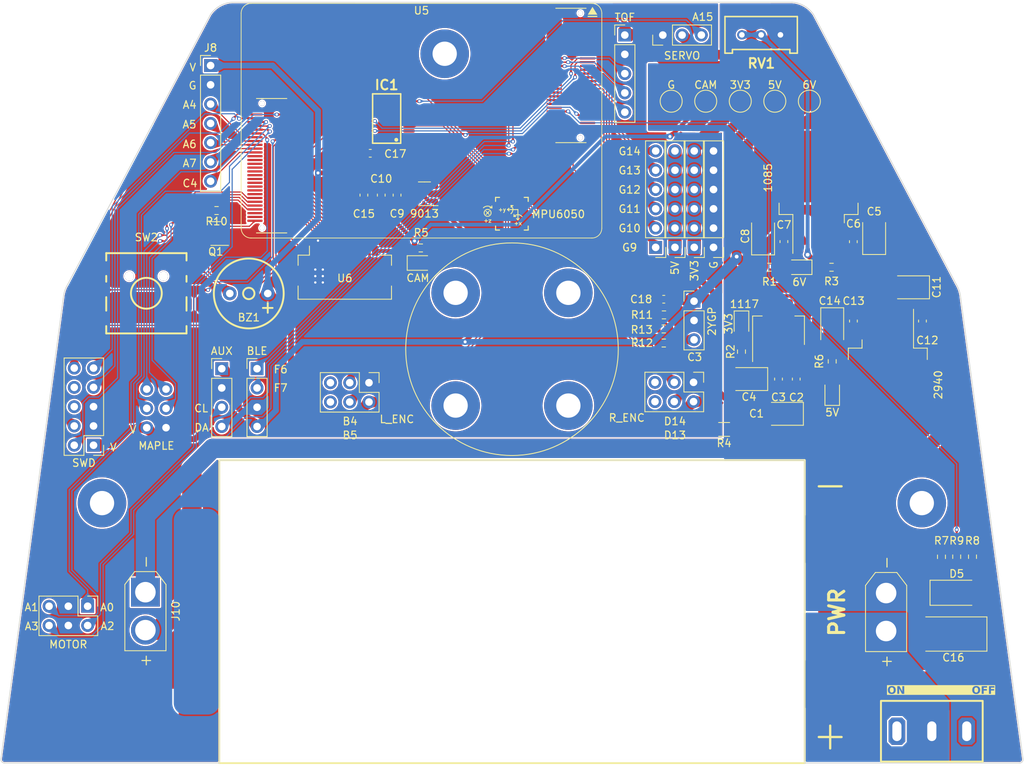
<source format=kicad_pcb>
(kicad_pcb (version 20221018) (generator pcbnew)
  (layers (0 "F.Cu" signal) (31 "B.Cu" signal) (34 "B.Paste" user) (35 "F.Paste" user) (36 "B.SilkS" user "B.Silkscreen") (37 "F.SilkS" user "F.Silkscreen") (38 "B.Mask" user) (39 "F.Mask" user) (44 "Edge.Cuts" user))
  (net 0 "")
  (net 1 "/Peripheral/3V3")
  (net 2 "Net-(BZ1-+)")
  (net 3 "/Coreboard/5V")
  (net 4 "GNDPWR")
  (net 5 "VCC")
  (net 6 "/Ports/SERVO_6V")
  (net 7 "/Peripheral/CAM_3V3")
  (net 8 "Net-(U4-NC)")
  (net 9 "/Ports/MOTOR_PWR")
  (net 10 "GND")
  (net 11 "Net-(D1-A)")
  (net 12 "Net-(D2-A)")
  (net 13 "Net-(D3-A)")
  (net 14 "Net-(D4-A)")
  (net 15 "/Peripheral/LLSB")
  (net 17 "/Peripheral/LDIR")
  (net 19 "/Peripheral/RLSB")
  (net 21 "/Peripheral/RDIR")
  (net 22 "/Peripheral/SERVO")
  (net 24 "/Coreboard/SERVO")
  (net 25 "/Coreboard/ENCR_DIR")
  (net 27 "/Coreboard/ENCR_LSB")
  (net 29 "/Coreboard/ENCL_DIR")
  (net 31 "/Coreboard/ENCL_LSB")
  (net 32 "Net-(J1-Pin_3)")
  (net 33 "/Coreboard/AUX_SCL")
  (net 34 "/Coreboard/AUX_SDA")
  (net 35 "VBUS")
  (net 36 "/Coreboard/TOF_SCL")
  (net 37 "/Coreboard/TOF_SDA")
  (net 38 "/Coreboard/TOF_XS")
  (net 41 "/Coreboard/UART7_TX")
  (net 42 "/Coreboard/UART7_RX")
  (net 43 "/Coreboard/ELEMAG1")
  (net 44 "/Coreboard/ELEMAG2")
  (net 45 "/Coreboard/ELEMAG3")
  (net 46 "/Coreboard/ELEMAG4")
  (net 47 "/Coreboard/ELEMAG5")
  (net 48 "/Coreboard/MOTORL_DIR")
  (net 49 "/Coreboard/MOTORR_DIR")
  (net 50 "/Coreboard/MOTORL_PWM")
  (net 51 "/Coreboard/MOTORR_PWM")
  (net 52 "/Coreboard/MAPLE_CLK")
  (net 53 "/Coreboard/MAPLE_MISO")
  (net 54 "/Coreboard/MAPLE_CS")
  (net 55 "/Coreboard/MAPLE_MOSI")
  (net 56 "/Coreboard/PG9")
  (net 57 "/Coreboard/PG10")
  (net 58 "/Coreboard/PG11")
  (net 59 "/Coreboard/PG12")
  (net 60 "/Coreboard/PG13")
  (net 61 "/Coreboard/PG14")
  (net 62 "/Coreboard/SWDIO")
  (net 63 "/Coreboard/SWCLK")
  (net 64 "/Coreboard/SWD_TX")
  (net 65 "/Coreboard/SWD_RX")
  (net 66 "/Coreboard/RST")
  (net 67 "/Coreboard/BUZZER")
  (net 68 "Net-(U1-ADJ)")
  (net 69 "Net-(R7-Pad2)")
  (net 70 "/Coreboard/BATTERY")
  (net 71 "Net-(R11-Pad1)")
  (net 72 "/Coreboard/DISTANCE")
  (net 73 "/Coreboard/KEY_LEFT")
  (net 74 "/Coreboard/KEY_CENTER")
  (net 75 "/Coreboard/KEY_RIGHT")
  (net 100 "/Coreboard/CAM_D7")
  (net 101 "/Coreboard/CAM_D6")
  (net 102 "/Coreboard/CAM_D5")
  (net 103 "/Coreboard/CAM_D4")
  (net 104 "/Coreboard/CAM_D3")
  (net 105 "/Coreboard/CAM_D2")
  (net 106 "/Coreboard/CAM_D1")
  (net 107 "/Coreboard/CAM_D0")
  (net 108 "/Coreboard/CAM_VSYNC")
  (net 109 "/Coreboard/CAM_RXD")
  (net 110 "/Coreboard/CAM_TXD")
  (net 111 "/Coreboard/CAM_PLCK")
  (footprint "Capacitor_Tantalum_SMD:CP_EIA-3528-15_AVX-H" (layer "F.Cu") (at 181.2036 45.2628 90)
    (fp_text reference "C8")
    (fp_text value "22uF")
  )
  (footprint "Connector_PinHeader_2.54mm:PinHeader_2x03_P2.54mm_Vertical" (layer "F.Cu") (at 172.0446 64.511 -90)
    (fp_text reference "R_ENC")
    (fp_text value "R_ENCODER")
  )
  (footprint "Connector_PinHeader_2.54mm:PinHeader_1x06_P2.54mm_Vertical" (layer "F.Cu") (at 167.0558 46.736 180)
    (fp_text reference "J13" hide)
    (fp_text value "IO")
  )
  (footprint "Capacitor_SMD:C_0603_1608Metric" (layer "F.Cu") (at 185.5724 64.0842 -90)
    (property "Reference" "C?")
    (property "Value" "0.1uF")
    (fp_text reference "C2")
    (fp_text value "100nF")
  )
  (footprint "Resistor_SMD:R_0603_1608Metric" (layer "F.Cu") (at 190.2206 49.3522)
    (fp_text reference "R3")
    (fp_text value "1K")
  )
  (footprint "Connector_PinHeader_2.54mm:PinHeader_1x06_P2.54mm_Vertical" (layer "F.Cu") (at 174.6758 46.736 180)
    (fp_text reference "G")
    (fp_text value "IO")
  )
  (footprint "ErBW_s:Maple" (layer "F.Cu") (at 101.2352 67.945 180)
    (fp_text reference "MAPLE")
    (fp_text value "Maple")
  )
  (footprint "Capacitor_SMD:C_0603_1608Metric" (layer "F.Cu") (at 202.1966 56.4388 -90)
    (fp_text reference "C12")
    (fp_text value "100nF")
  )
  (footprint "Resistor_SMD:R_0603_1608Metric" (layer "F.Cu") (at 204.6986 87.4908 90)
    (fp_text reference "R7")
    (fp_text value "10K")
  )
  (footprint "Resistor_SMD:R_0603_1608Metric" (layer "F.Cu") (at 190.3094 61.747401 -90)
    (fp_text reference "R6")
    (fp_text value "5K1")
  )
  (footprint "LED_SMD:LED_0805_2012Metric" (layer "F.Cu") (at 190.3094 65.862201 90)
    (fp_text reference "5V")
    (fp_text value "LED")
  )
  (footprint "Connector_PinHeader_2.54mm:PinHeader_1x04_P2.54mm_Vertical" (layer "F.Cu") (at 109.904 62.7126)
    (fp_text reference "AUX")
    (fp_text value "AUX")
  )
  (footprint "Connector_PinHeader_2.54mm:PinHeader_2x03_P2.54mm_Vertical" (layer "F.Cu") (at 92.2378 94.000399 -90)
    (fp_text reference "MOTOR")
    (fp_text value "MOTOR")
  )
  (footprint "Connector_PinHeader_2.54mm:PinHeader_1x06_P2.54mm_Vertical" (layer "F.Cu") (at 169.5958 46.736 180)
    (fp_text reference "5V")
    (fp_text value "IO")
  )
  (footprint "TestPoint:TestPoint_Pad_D2.5mm" (layer "F.Cu") (at 182.749599 27.4828)
    (property "Reference" "TP?")
    (property "Value" "5V")
    (fp_text reference "5V")
    (fp_text value "5V")
  )
  (footprint "ErBW_s:Flange_Plate_D27" (layer "F.Cu") (at 148.1328 60.1472 45)
    (fp_text reference "REF**" hide)
    (fp_text value "Flange_Plate_D27")
  )
  (footprint "Capacitor_Tantalum_SMD:CP_EIA-7343-30_AVX-N" (layer "F.Cu") (at 206.2734 97.663 180)
    (property "Reference" "C?")
    (property "Value" "470uF")
    (fp_text reference "C16")
    (fp_text value "470uF")
  )
  (footprint "ErBW_s:SPDT_MTS_102" (layer "F.Cu") (at 203.4286 110.4646 180)
    (fp_text reference "SW1" hide)
    (fp_text value "SW_SPDT")
  )
  (footprint "" (layer "F.Cu") (at 202.1078 80.4164)
    (fp_text reference "")
    (fp_text value "")
  )
  (footprint "Capacitor_Tantalum_SMD:CP_EIA-3528-15_AVX-H" (layer "F.Cu") (at 184.0484 68.6562 180)
    (fp_text reference "C1")
    (fp_text value "10uF")
  )
  (footprint "Capacitor_Tantalum_SMD:CP_EIA-3528-15_AVX-H" (layer "F.Cu") (at 179.349401 64.0842 180)
    (fp_text reference "C4")
    (fp_text value "22uF")
  )
  (footprint "Capacitor_Tantalum_SMD:CP_EIA-3528-15_AVX-H" (layer "F.Cu") (at 200.66 51.9938 180)
    (fp_text reference "C11")
    (fp_text value "10uF")
  )
  (footprint "Connector_PinHeader_2.54mm:PinHeader_2x03_P2.54mm_Vertical" (layer "F.Cu") (at 129.2964 64.5618 -90)
    (fp_text reference "L_ENC")
    (fp_text value "L_ENCODER")
  )
  (footprint "Capacitor_Tantalum_SMD:CP_EIA-3528-15_AVX-H" (layer "F.Cu") (at 195.834 45.212 90)
    (fp_text reference "C5")
    (fp_text value "10uF")
  )
  (footprint "Capacitor_SMD:C_0603_1608Metric" (layer "F.Cu") (at 128.6256 39.8526 -90)
    (fp_text reference "C15")
    (fp_text value "10nF")
  )
  (footprint "ErBW_s:Buzzer_9*9P5" (layer "F.Cu") (at 113.4618 52.8066 180)
    (fp_text reference "BZ1")
    (fp_text value "Buzzer")
  )
  (footprint "Connector_PinHeader_2.54mm:PinHeader_1x03_P2.54mm_Vertical" (layer "F.Cu") (at 172.1104 53.8226)
    (fp_text reference "2YGP")
    (fp_text value "2YGP2Y0A02")
  )
  (footprint "Resistor_SMD:R_1206_3216Metric_Pad1.30x1.75mm_HandSolder" (layer "F.Cu") (at 176.0728 70.7136 180)
    (fp_text reference "R4")
    (fp_text value "0R")
  )
  (footprint "Capacitor_SMD:C_0603_1608Metric" (layer "F.Cu") (at 193.0908 45.9864 90)
    (fp_text reference "C6")
    (fp_text value "100nF")
  )
  (footprint "Resistor_SMD:R_0603_1608Metric" (layer "F.Cu") (at 168.1226 57.4802 180)
    (fp_text reference "R13")
    (fp_text value "2K")
  )
  (footprint "TestPoint:TestPoint_Pad_D2.5mm" (layer "F.Cu") (at 178.199599 27.4828)
    (fp_text reference "3V3")
    (fp_text value "3V3")
  )
  (footprint "ErBW_s:SOP65P640X120-20N" (layer "F.Cu") (at 131.6228 29.7688 180)
    (fp_text reference "IC1")
    (fp_text value "SN74LVC244APW" hide)
  )
  (footprint "Connector_FFC-FPC:Hirose_FH12-18S-0.5SH_1x18-1MP_P0.50mm_Horizontal" (layer "F.Cu") (at 126.111 49.0626)
    (fp_text reference "U6")
    (fp_text value "MT9V034")
  )
  (footprint "" (layer "F.Cu") (at 139.2682 21.2344)
    (fp_text reference "")
    (fp_text value "")
  )
  (footprint "TestPoint:TestPoint_Pad_D2.5mm" (layer "F.Cu") (at 187.2996 27.4828)
    (fp_text reference "6V")
    (fp_text value "SERVO")
  )
  (footprint "Connector_PinHeader_2.54mm:PinHeader_2x05_P2.54mm_Vertical" (layer "F.Cu") (at 93.0148 72.7964 180)
    (fp_text reference "SWD")
    (fp_text value "Conn_02x05_Odd_Even")
  )
  (footprint "ErBW_s:SCEP" (layer "F.Cu") (at 136.2104 30.05)
    (fp_text reference "U5")
    (fp_text value "SCEP")
  )
  (footprint "ErBW_s:3296W" (layer "F.Cu") (at 180.9496 18.7452)
    (property "Reference" "RV?")
    (property "Value" "3296W")
    (fp_text reference "RV1")
    (fp_text value "3296W" hide)
  )
  (footprint "Package_TO_SOT_SMD:TO-263-3_TabPin4" (layer "F.Cu") (at 188.5124 37.5814 90)
    (property "Reference" "U?")
    (property "Value" "LM1085-ADJ")
    (fp_text reference "1085")
    (fp_text value "LM1085-ADJ")
  )
  (footprint "Resistor_SMD:R_0603_1608Metric" (layer "F.Cu") (at 136.1186 46.8122)
    (fp_text reference "R5")
    (fp_text value "5K1")
  )
  (footprint "LED_SMD:LED_0805_2012Metric" (layer "F.Cu") (at 136.017 48.7934)
    (fp_text reference "CAM")
    (fp_text value "LED")
  )
  (footprint "Connector_AMASS:AMASS_XT30U-M_1x02_P5.0mm_Vertical" (layer "F.Cu") (at 197.4088 92.2674 -90)
    (property "Reference" "J?")
    (property "Value" "PWR")
    (fp_text reference "PWR")
    (fp_text value "PWR")
  )
  (footprint "ErBW_s:BatteryHolder_2x18650" (layer "F.Cu") (at 148.1328 94.7166)
    (property "Reference" "J?")
    (property "Value" "PWR")
    (fp_text reference "J3" hide)
    (fp_text value "PWR")
  )
  (footprint "ErBW_s:SW_5DIR" (layer "F.Cu") (at 99.9744 52.7812)
    (fp_text reference "SW2")
    (fp_text value "SW_5DIR")
  )
  (footprint "Capacitor_SMD:C_0603_1608Metric" (layer "F.Cu") (at 183.9468 45.974001 -90)
    (fp_text reference "C7")
    (fp_text value "100nF")
  )
  (footprint "Capacitor_SMD:C_0603_1608Metric" (layer "F.Cu") (at 183.2356 64.0842 -90)
    (property "Reference" "C?")
    (property "Value" "0.1uF")
    (fp_text reference "C3")
    (fp_text value "100nF")
  )
  (footprint "TestPoint:TestPoint_Pad_D2.5mm" (layer "F.Cu") (at 169.099599 27.4828)
    (fp_text reference "G")
    (fp_text value "GND")
  )
  (footprint "Package_TO_SOT_SMD:SOT-23-5" (layer "F.Cu") (at 136.6012 39.6748 180)
    (fp_text reference "9013")
    (fp_text value "RT9013-33GB")
  )
  (footprint "Resistor_SMD:R_0603_1608Metric" (layer "F.Cu") (at 109.22 41.8846 180)
    (property "Reference" "R?")
    (property "Value" "5K1")
    (fp_text reference "R10")
    (fp_text value "10K")
  )
  (footprint "Package_TO_SOT_SMD:SOT-23" (layer "F.Cu") (at 109.1184 44.9072 180)
    (fp_text reference "Q1")
    (fp_text value "S8050")
  )
  (footprint "Resistor_SMD:R_0603_1608Metric" (layer "F.Cu") (at 178.3588 60.4642 90)
    (property "Reference" "R?")
    (property "Value" "5K1")
    (fp_text reference "R2")
    (fp_text value "5K1")
  )
  (footprint "LED_SMD:LED_0805_2012Metric" (layer "F.Cu") (at 185.9534 49.3522 180)
    (fp_text reference "6V")
    (fp_text value "LED")
  )
  (footprint "Connector_AMASS:AMASS_XT30U-M_1x02_P5.0mm_Vertical" (layer "F.Cu") (at 99.8474 92.1512 -90)
    (fp_text reference "J10")
    (fp_text value "MOTOR")
  )
  (footprint "Capacitor_Tantalum_SMD:CP_EIA-3528-15_AVX-H" (layer "F.Cu") (at 190.3094 57.15 -90)
    (fp_text reference "C14")
    (fp_text value "22uF")
  )
  (footprint "Resistor_SMD:R_0603_1608Metric" (layer "F.Cu") (at 168.1226 59.3344 180)
    (fp_text reference "R12")
    (fp_text value "10K")
  )
  (footprint "Resistor_SMD:R_0603_1608Metric" (layer "F.Cu") (at 206.7052 87.4776 90)
    (fp_text reference "R9")
    (fp_text value "2K")
  )
  (footprint "Diode_SMD:D_SMA" (layer "F.Cu") (at 206.7052 92.2274)
    (fp_text reference "D5")
    (fp_text value "1N4148W")
  )
  (footprint "Capacitor_SMD:C_0603_1608Metric" (layer "F.Cu") (at 193.1034 56.4388 -90)
    (fp_text reference "C13")
    (fp_text value "100nF")
  )
  (footprint "Connector_PinHeader_2.54mm:PinHeader_1x06_P2.54mm_Vertical" (layer "F.Cu") (at 172.1358 46.736 180)
    (fp_text reference "3V3")
    (fp_text value "IO")
  )
  (footprint "Capacitor_SMD:C_0603_1608Metric" (layer "F.Cu") (at 132.9944 39.8526 90)
    (fp_text reference "C9")
    (fp_text value "100nF")
  )
  (footprint "Capacitor_SMD:C_0603_1608Metric" (layer "F.Cu") (at 130.9116 39.8526 90)
    (fp_text reference "C10")
    (fp_text value "10uF")
  )
  (footprint "Connector_PinHeader_2.54mm:PinHeader_1x07_P2.54mm_Vertical" (layer "F.Cu") (at 108.4326 22.7838)
    (fp_text reference "J8")
    (fp_text value "ELEMAG")
  )
  (footprint "Resistor_SMD:R_0603_1608Metric" (layer "F.Cu") (at 182.0286 49.3522)
    (fp_text reference "R1")
    (fp_text value "5K1")
  )
  (footprint "Connector_PinHeader_2.54mm:PinHeader_1x03_P2.54mm_Vertical" (layer "F.Cu") (at 167.995601 18.7706 90)
    (fp_text reference "SERVO")
    (fp_text value "SERVO")
  )
  (footprint "Capacitor_SMD:C_0603_1608Metric" (layer "F.Cu") (at 129.4638 34.3408)
    (fp_text reference "C17")
    (fp_text value "100nF")
  )
  (footprint "Connector_PinHeader_2.54mm:PinHeader_1x04_P2.54mm_Vertical" (layer "F.Cu") (at 114.554 62.7126)
    (fp_text reference "BLE")
    (fp_text value "WIRELESS")
  )
  (footprint "" (layer "F.Cu") (at 94.1324 80.4164)
    (fp_text reference "")
    (fp_text value "")
  )
  (footprint "LED_SMD:LED_0805_2012Metric" (layer "F.Cu") (at 178.3588 56.7944 -90)
    (property "Reference" "D?")
    (property "Value" "LED")
    (fp_text reference "3V3")
    (fp_text value "LED")
  )
  (footprint "Resistor_SMD:R_0603_1608Metric" (layer "F.Cu") (at 168.148 55.626)
    (fp_text reference "R11")
    (fp_text value "1K")
  )
  (footprint "TestPoint:TestPoint_Pad_D2.5mm" (layer "F.Cu") (at 173.649599 27.4828)
    (fp_text reference "CAM")
    (fp_text value "CAM")
  )
  (footprint "Resistor_SMD:R_0603_1608Metric" (layer "F.Cu") (at 208.788 87.4776 90)
    (fp_text reference "R8")
    (fp_text value "1K")
  )
  (footprint "Capacitor_SMD:C_0603_1608Metric" (layer "F.Cu") (at 168.1226 53.5686 180)
    (fp_text reference "C18")
    (fp_text value "10uF")
  )
  (footprint "Connector_PinHeader_2.54mm:PinHeader_1x05_P2.54mm_Vertical" (layer "F.Cu") (at 162.9918 18.770601)
    (fp_text reference "TOF")
    (fp_text value "TOF")
  )
  (footprint "Package_TO_SOT_SMD:SOT-223" (layer "F.Cu") (at 183.2356 57.6834 90)
    (property "Reference" "U?")
    (property "Value" "AMS1117-3.3")
    (fp_text reference "1117")
    (fp_text value "AMS1117-3.3")
  )
  (footprint "Package_TO_SOT_SMD:TO-263-3_TabPin4" (layer "F.Cu") (at 197.631 64.8328 -90)
    (fp_text reference "2940")
    (fp_text value "LM2940S-5.0")
  )
  (gr_line (start 109.601 74.7776) (end 186.6646 74.7776) (stroke (width 0.1)) (layer "Edge.Cuts"))
  (gr_arc (start 81.28 114.655543) (mid 80.91856 114.484619) (end 80.821349 114.0968) (stroke (width 0.1)) (layer "Edge.Cuts"))
  (gr_line (start 215.444251 114.0968) (end 207.2386 53.441991) (stroke (width 0.1)) (layer "Edge.Cuts"))
  (gr_line (start 109.601 114.6556) (end 109.601 74.7776) (stroke (width 0.1)) (layer "Edge.Cuts"))
  (gr_arc (start 206.608006 51.533813) (mid 207.040698 52.449106) (end 207.2386 53.441991) (stroke (width 0.1)) (layer "Edge.Cuts"))
  (gr_line (start 89.657594 51.533813) (end 108.411262 16.08092) (stroke (width 0.1)) (layer "Edge.Cuts"))
  (gr_line (start 186.6646 114.6556) (end 214.9856 114.655543) (stroke (width 0.1)) (layer "Edge.Cuts"))
  (gr_arc (start 108.411262 16.08092) (mid 109.618782 14.945588) (end 111.2012 14.452601) (stroke (width 0.1)) (layer "Edge.Cuts"))
  (gr_line (start 185.068462 14.449881) (end 111.2012 14.452601) (stroke (width 0.1)) (layer "Edge.Cuts"))
  (gr_arc (start 89.027 53.441991) (mid 89.224902 52.449106) (end 89.657594 51.533813) (stroke (width 0.1)) (layer "Edge.Cuts"))
  (gr_line (start 206.608006 51.533813) (end 187.8584 16.0782) (stroke (width 0.1)) (layer "Edge.Cuts"))
  (gr_arc (start 185.068462 14.449881) (mid 186.65088 14.942868) (end 187.8584 16.0782) (stroke (width 0.1)) (layer "Edge.Cuts"))
  (gr_arc (start 215.444251 114.0968) (mid 215.34704 114.484619) (end 214.9856 114.655543) (stroke (width 0.1)) (layer "Edge.Cuts"))
  (gr_line (start 80.821349 114.0968) (end 89.027 53.441991) (stroke (width 0.1)) (layer "Edge.Cuts"))
  (gr_line (start 109.601 114.6556) (end 81.28 114.655543) (stroke (width 0.1)) (layer "Edge.Cuts"))
  (gr_line (start 186.6646 74.7776) (end 186.6646 114.6556) (stroke (width 0.1)) (layer "Edge.Cuts"))
  (gr_text "东华大学 2023\n有人把我队名抢了队" (at 96.3422 109.9693) (layer "F.Cu") (effects (font (size 1.5 1.5) (thickness 0.3) bold) (justify bottom)))
  (gr_text "A1" (at 83.8454 94.7166) (layer "F.SilkS") (effects (font (size 1 1)) (justify left bottom)))
  (gr_text "G13" (at 163.6268 36.6014) (layer "F.SilkS") (effects (font (size 1 1))))
  (gr_text "G" (at 105.4608 26.0096) (layer "F.SilkS") (effects (font (size 1 1)) (justify left bottom)))
  (gr_text "A15" (at 171.7802 16.9672) (layer "F.SilkS") (effects (font (size 1 1)) (justify left bottom)))
  (gr_text "G9" (at 163.6268 46.7614) (layer "F.SilkS") (effects (font (size 1 1))))
  (gr_text "B4" (at 125.73 70.231) (layer "F.SilkS") (effects (font (size 1 1)) (justify left bottom)))
  (gr_text "F6" (at 116.6604 63.3984) (layer "F.SilkS") (effects (font (size 1 1)) (justify left bottom)))
  (gr_text "A5" (at 104.648 31.1404) (layer "F.SilkS") (effects (font (size 1 1)) (justify left bottom)))
  (gr_text "V" (at 105.5624 23.622) (layer "F.SilkS") (effects (font (size 1 1)) (justify left bottom)))
  (gr_text "G14" (at 163.6268 34.0868) (layer "F.SilkS") (effects (font (size 1 1))))
  (gr_text "F7" (at 116.6604 65.8368) (layer "F.SilkS") (effects (font (size 1 1)) (justify left bottom)))
  (gr_text "C4" (at 104.648 38.8874) (layer "F.SilkS") (effects (font (size 1 1)) (justify left bottom)))
  (gr_text "A7" (at 104.6734 36.2458) (layer "F.SilkS") (effects (font (size 1 1)) (justify left bottom)))
  (gr_text "A6" (at 104.6734 33.7312) (layer "F.SilkS") (effects (font (size 1 1)) (justify left bottom)))
  (gr_text "G12" (at 163.6268 39.1414) (layer "F.SilkS") (effects (font (size 1 1))))
  (gr_text "B5" (at 125.73 72.0598) (layer "F.SilkS") (effects (font (size 1 1)) (justify left bottom)))
  (gr_text "A2" (at 93.853 97.2058) (layer "F.SilkS") (effects (font (size 1 1)) (justify left bottom)))
  (gr_text "D13" (at 168.0464 72.0598) (layer "F.SilkS") (effects (font (size 1 1)) (justify left bottom)))
  (gr_text "A3" (at 83.8708 97.2312) (layer "F.SilkS") (effects (font (size 1 1)) (justify left bottom)))
  (gr_text "CL" (at 106.1956 68.5292) (layer "F.SilkS") (effects (font (size 1 1)) (justify left bottom)))
  (gr_text "DA" (at 106.221 71.0692) (layer "F.SilkS") (effects (font (size 1 1)) (justify left bottom)))
  (gr_text "G11" (at 163.6268 41.6814) (layer "F.SilkS") (effects (font (size 1 1))))
  (gr_text "G10" (at 163.6268 44.2214) (layer "F.SilkS") (effects (font (size 1 1))))
  (gr_text "C3" (at 171.1198 61.7728) (layer "F.SilkS") (effects (font (size 1 1)) (justify left bottom)))
  (gr_text "ON                  OFF" (at 197.5612 105.7148) (layer "F.SilkS" knockout) (effects (font (size 1 1) (thickness 0.2) bold) (justify left bottom)))
  (gr_text "A4" (at 104.6734 28.5496) (layer "F.SilkS") (effects (font (size 1 1)) (justify left bottom)))
  (gr_text "V" (at 97.6884 71.3232) (layer "F.SilkS") (effects (font (size 1 1)) (justify left bottom)))
  (gr_text "V" (at 95.0976 73.66) (layer "F.SilkS") (effects (font (size 1 1)) (justify left bottom)))
  (gr_text "D14" (at 168.0464 70.231) (layer "F.SilkS") (effects (font (size 1 1)) (justify left bottom)))
  (gr_text "A0" (at 93.8022 94.742) (layer "F.SilkS") (effects (font (size 1 1)) (justify left bottom)))
  (segment (start 178.3588 61.2892) (end 178.3588 61.556099) (width 0.762) (layer "F.Cu") (net 1))
  (segment (start 175.3362 65.7098) (end 173.99 67.056) (width 0.762) (layer "F.Cu") (net 1))
  (segment (start 157.607 62.8904) (end 138.6332 62.8904) (width 0.762) (layer "F.Cu") (net 1))
  (segment (start 172.1358 34.036) (end 172.1358 46.736) (width 1.778) (layer "F.Cu") (net 1))
  (segment (start 180.886901 64.0842) (end 180.886901 66.051899) (width 0.762) (layer "F.Cu") (net 1))
  (segment (start 181.661901 63.3092) (end 180.886901 64.0842) (width 1.27) (layer "F.Cu") (net 1))
  (segment (start 119.0244 55.8692) (end 115.9618 52.8066) (width 0.762) (layer "F.Cu") (net 1))
  (segment (start 175.3362 53.3654) (end 172.1358 50.165) (width 0.762) (layer "F.Cu") (net 1))
  (segment (start 183.2356 63.3092) (end 181.661901 63.3092) (width 1.27) (layer "F.Cu") (net 1))
  (segment (start 175.3362 65.7098) (end 175.3362 53.3654) (width 0.762) (layer "F.Cu") (net 1))
  (segment (start 127.6404 68.7578) (end 122.809 68.7578) (width 0.762) (layer "F.Cu") (net 1))
  (segment (start 179.2732 67.6656) (end 177.292 67.6656) (width 0.762) (layer "F.Cu") (net 1))
  (segment (start 172.1358 33.546599) (end 178.199599 27.4828) (width 1.778) (layer "F.Cu") (net 1))
  (segment (start 163.4998 68.7832) (end 157.607 62.8904) (width 0.762) (layer "F.Cu") (net 1))
  (segment (start 97.9424 70.485) (end 95.631 72.7964) (width 0.762) (layer "F.Cu") (net 1))
  (segment (start 126.098 36.9316) (end 122.5804 36.9316) (width 0.508) (layer "F.Cu") (net 1))
  (segment (start 134.4218 67.1018) (end 129.2964 67.1018) (width 0.762) (layer "F.Cu") (net 1))
  (segment (start 115.9618 52.8066) (end 108.0516 60.7168) (width 0.762) (layer "F.Cu") (net 1))
  (segment (start 178.3588 61.556099) (end 180.886901 64.0842) (width 0.762) (layer "F.Cu") (net 1))
  (segment (start 128.6888 32.7228) (end 128.6848 32.7228) (width 0.508) (layer "F.Cu") (net 1))
  (segment (start 172.1358 34.036) (end 172.1358 33.546599) (width 1.778) (layer "F.Cu") (net 1))
  (segment (start 183.2356 60.8334) (end 183.2356 63.3092) (width 1.27) (layer "F.Cu") (net 1))
  (segment (start 122.809 68.7578) (end 119.0244 64.9732) (width 0.762) (layer "F.Cu") (net 1))
  (segment (start 101.5238 71.9836) (end 100.0252 70.485) (width 0.762) (layer "F.Cu") (net 1))
  (segment (start 95.631 72.7964) (end 93.0148 72.7964) (width 0.762) (layer "F.Cu") (net 1))
  (segment (start 177.292 67.6656) (end 175.3362 65.7098) (width 0.762) (layer "F.Cu") (net 1))
  (segment (start 108.0516 60.7168) (end 108.0516 70.3072) (width 0.762) (layer "F.Cu") (net 1))
  (segment (start 108.0516 70.3072) (end 106.3752 71.9836) (width 0.762) (layer "F.Cu") (net 1))
  (segment (start 100.0252 70.485) (end 97.9424 70.485) (width 0.762) (layer "F.Cu") (net 1))
  (segment (start 173.99 67.056) (end 173.985 67.051) (width 0.762) (layer "F.Cu") (net 1))
  (segment (start 119.0244 64.9732) (end 119.0244 55.8692) (width 0.762) (layer "F.Cu") (net 1))
  (segment (start 170.3124 68.7832) (end 163.4998 68.7832) (width 0.762) (layer "F.Cu") (net 1))
  (segment (start 180.886901 66.051899) (end 179.2732 67.6656) (width 0.762) (layer "F.Cu") (net 1))
  (segment (start 172.0446 67.051) (end 170.3124 68.7832) (width 0.762) (layer "F.Cu") (net 1))
  (segment (start 172.1358 50.165) (end 172.1358 46.736) (width 0.762) (layer "F.Cu") (net 1))
  (segment (start 173.985 67.051) (end 172.0446 67.051) (width 0.762) (layer "F.Cu") (net 1))
  (segment (start 128.6888 34.3408) (end 126.098 36.9316) (width 0.508) (layer "F.Cu") (net 1))
  (segment (start 129.2964 67.1018) (end 127.6404 68.7578) (width 0.762) (layer "F.Cu") (net 1))
  (segment (start 106.3752 71.9836) (end 101.5238 71.9836) (width 0.762) (layer "F.Cu") (net 1))
  (segment (start 128.6888 34.3408) (end 128.6888 32.7228) (width 0.508) (layer "F.Cu") (net 1))
  (segment (start 138.6332 62.8904) (end 134.4218 67.1018) (width 0.762) (layer "F.Cu") (net 1))
  (via (at 122.5804 36.9316) (size 0.8) (drill 0.4) (layers "F.Cu" "B.Cu") (net 1))
  (segment (start 116.6114 22.7838) (end 108.4326 22.7838) (width 0.762) (layer "B.Cu") (net 1))
  (segment (start 115.9618 49.5446) (end 122.5804 42.926) (width 0.762) (layer "B.Cu") (net 1))
  (segment (start 122.5804 28.7528) (end 116.6114 22.7838) (width 0.762) (layer "B.Cu") (net 1))
  (segment (start 122.5804 36.9316) (end 122.5804 28.7528) (width 0.762) (layer "B.Cu") (net 1))
  (segment (start 122.5804 42.926) (end 122.5804 36.9316) (width 0.762) (layer "B.Cu") (net 1))
  (segment (start 115.9618 52.8066) (end 115.9618 49.5446) (width 0.762) (layer "B.Cu") (net 1))
  (segment (start 110.9618 52.8066) (end 108.1809 50.0257) (width 0.1524) (layer "F.Cu") (net 2))
  (segment (start 108.1809 50.0257) (end 108.1809 44.9072) (width 0.1524) (layer "F.Cu") (net 2))
  (segment (start 185.5356 60.8334) (end 185.5356 63.2724) (width 1.27) (layer "F.Cu") (net 3))
  (segment (start 188.2902 67.3608) (end 186.9948 68.6562) (width 1.27) (layer "F.Cu") (net 3))
  (segment (start 169.5958 49.6316) (end 169.5958 46.736) (width 0.762) (layer "F.Cu") (net 3))
  (segment (start 146.7676 54.368846) (end 146.7676 49.6537) (width 0.508) (layer "F.Cu") (net 3))
  (segment (start 185.5978 68.6443) (end 185.5859 68.6562) (width 0.508) (layer "F.Cu") (net 3))
  (segment (start 188.2902 56.1594) (end 188.2902 60.9346) (width 1.27) (layer "F.Cu") (net 3))
  (segment (start 112.141 67.9196) (end 114.554 70.3326) (width 0.762) (layer "F.Cu") (net 3))
  (segment (start 190.3094 55.6125) (end 188.8371 55.6125) (width 1.27) (layer "F.Cu") (net 3))
  (segment (start 188.2902 60.9346) (end 188.2902 67.3608) (width 1.27) (layer "F.Cu") (net 3))
  (segment (start 190.3094 60.922401) (end 188.302399 60.922401) (width 1.27) (layer "F.Cu") (net 3))
  (segment (start 137.172015 40.6248) (end 137.7387 40.6248) (width 0.508) (layer "F.Cu") (net 3))
  (segment (start 169.5958 34.036) (end 169.5958 46.736) (width 1.778) (layer "F.Cu") (net 3))
  (segment (start 109.904 62.7126) (end 112.141 64.9496) (width 0.762) (layer "F.Cu") (net 3))
  (segment (start 190.3094 52.9716) (end 189.4078 52.07) (width 1.27) (layer "F.Cu") (net 3))
  (segment (start 160.902371 15.004771) (end 162.9918 17.0942) (width 0.508) (layer "F.Cu") (net 3))
  (segment (start 141.957523 59.178923) (end 146.7676 54.368846) (width 0.508) (layer "F.Cu") (net 3))
  (segment (start 146.7676 49.6537) (end 137.7387 40.6248) (width 0.508) (layer "F.Cu") (net 3))
  (segment (start 185.5724 63.3092) (end 186.3214 63.3092) (width 0.508) (layer "F.Cu") (net 3))
  (segment (start 177.7236 32.508799) (end 182.749599 27.4828) (width 1.27) (layer "F.Cu") (net 3))
  (segment (start 154.743202 15.004998) (end 160.902371 15.004771) (width 0.508) (layer "F.Cu") (net 3))
  (segment (start 153.6954 16.8412) (end 153.6954 16.0528) (width 0.508) (layer "F.Cu") (net 3))
  (segment (start 137.7387 38.7248) (end 137.172015 38.7248) (width 0.508) (layer "F.Cu") (net 3))
  (segment (start 172.1104 52.1462) (end 169.5958 49.6316) (width 0.762) (layer "F.Cu") (net 3))
  (segment (start 185.5356 63.2724) (end 185.5724 63.3092) (width 1.27) (layer "F.Cu") (net 3))
  (segment (start 195.091 57.1828) (end 193.572 55.6638) (width 1.27) (layer "F.Cu") (net 3))
  (segment (start 189.4078 52.07) (end 181.842506 52.07) (width 1.27) (layer "F.Cu") (net 3))
  (segment (start 178.098199 22.8314) (end 168.686401 22.8314) (width 1.27) (layer "F.Cu") (net 3))
  (segment (start 162.9918 17.0942) (end 162.9918 18.770601) (width 0.508) (layer "F.Cu") (net 3))
  (segment (start 186.8932 65.3288) (end 185.5978 66.6242) (width 0.508) (layer "F.Cu") (net 3))
  (segment (start 181.842506 52.07) (end 177.7236 47.951094) (width 1.27) (layer "F.Cu") (net 3))
  (segment (start 185.5978 66.6242) (end 185.5978 68.6443) (width 0.508) (layer "F.Cu") (net 3))
  (segment (start 182.749599 27.4828) (end 178.098199 22.8314) (width 1.27) (layer "F.Cu") (net 3))
  (segment (start 188.8371 55.6125) (end 188.2902 56.1594) (width 1.27) (layer "F.Cu") (net 3))
  (segment (start 186.9948 68.6562) (end 185.5859 68.6562) (width 1.27) (layer "F.Cu") (net 3))
  (segment (start 193.1034 55.6638) (end 190.3607 55.6638) (width 1.27) (layer "F.Cu") (net 3))
  (segment (start 136.5504 39.346415) (end 136.5504 40.003185) (width 0.508) (layer "F.Cu") (net 3))
  (segment (start 168.686401 22.8314) (end 164.625602 18.770601) (width 1.27) (layer "F.Cu") (net 3))
  (segment (start 112.141 64.9496) (end 112.141 67.9196) (width 0.762) (layer "F.Cu") (net 3))
  (segment (start 177.7236 47.951094) (end 177.7236 32.508799) (width 1.27) (layer "F.Cu") (net 3))
  (segment (start 190.3607 55.6638) (end 190.3094 55.6125) (width 1.27) (layer "F.Cu") (net 3))
  (segment (start 137.172015 38.7248) (end 136.5504 39.346415) (width 0.508) (layer "F.Cu") (net 3))
  (segment (start 169.1516 53.8226) (end 168.8976 53.5686) (width 0.762) (layer "F.Cu") (net 3))
  (segment (start 190.3094 55.6125) (end 190.3094 52.9716) (width 1.27) (layer "F.Cu") (net 3))
  (segment (start 172.1104 53.8226) (end 169.1516 53.8226) (width 0.762) (layer "F.Cu") (net 3))
  (segment (start 164.625602 18.770601) (end 162.9918 18.770601) (width 1.27) (layer "F.Cu") (net 3))
  (segment (start 172.1104 53.8226) (end 172.1104 52.1462) (width 0.762) (layer "F.Cu") (net 3))
  (segment (start 186.3214 63.3092) (end 186.8932 63.881) (width 0.508) (layer "F.Cu") (net 3))
  (segment (start 193.572 55.6638) (end 193.1034 55.6638) (width 1.27) (layer "F.Cu") (net 3))
  (segment (start 153.6954 16.0528) (end 154.743202 15.004998) (width 0.508) (layer "F.Cu") (net 3))
  (segment (start 186.8932 63.881) (end 186.8932 65.3288) (width 0.508) (layer "F.Cu") (net 3))
  (segment (start 188.302399 60.922401) (end 188.2902 60.9346) (width 1.27) (layer "F.Cu") (net 3))
  (segment (start 136.5504 40.003185) (end 137.172015 40.6248) (width 0.508) (layer "F.Cu") (net 3))
  (via (at 141.957523 59.178923) (size 0.8) (drill 0.4) (layers "F.Cu" "B.Cu") (net 3))
  (via (at 177.7236 47.951094) (size 0.9) (drill 0.5) (layers "F.Cu" "B.Cu") (net 3))
  (segment (start 117.0422 68.215022) (end 114.924622 70.3326) (width 0.762) (layer "B.Cu") (net 3))
  (segment (start 141.954446 59.182) (end 120.509126 59.182) (width 0.762) (layer "B.Cu") (net 3))
  (segment (start 141.957523 59.178923) (end 141.954446 59.182) (width 0.762) (layer "B.Cu") (net 3))
  (segment (start 141.9606 59.182) (end 166.751 59.182) (width 0.762) (layer "B.Cu") (net 3))
  (segment (start 114.924622 70.3326) (end 114.554 70.3326) (width 0.762) (layer "B.Cu") (net 3))
  (segment (start 177.7236 47.951094) (end 177.7236 48.2094) (width 1.27) (layer "B.Cu") (net 3))
  (segment (start 120.509126 59.182) (end 117.0422 62.648926) (width 0.762) (layer "B.Cu") (net 3))
  (segment (start 141.957523 59.178923) (end 141.9606 59.182) (width 0.762) (layer "B.Cu") (net 3))
  (segment (start 177.7236 48.2094) (end 172.1104 53.8226) (width 1.27) (layer "B.Cu") (net 3))
  (segment (start 117.0422 62.648926) (end 117.0422 68.215022) (width 0.762) (layer "B.Cu") (net 3))
  (segment (start 166.751 59.182) (end 172.1104 53.8226) (width 0.762) (layer "B.Cu") (net 3))
  (segment (start 187.5584 73.2076) (end 108.7072 73.2076) (width 2.54) (layer "B.Cu") (net 4))
  (segment (start 189.6828 75.332) (end 187.5584 73.2076) (width 2.54) (layer "B.Cu") (net 4))
  (segment (start 99.8474 82.0674) (end 99.8474 92.1512) (width 2.54) (layer "B.Cu") (net 4))
  (segment (start 108.7072 73.2076) (end 99.8474 82.0674) (width 2.54) (layer "B.Cu") (net 4))
  (segment (start 189.6828 85.1666) (end 189.6828 75.332) (width 2.54) (layer "B.Cu") (net 4))
  (segment (start 197.2056 86.4616) (end 202.9714 92.2274) (width 1.778) (layer "F.Cu") (net 5))
  (segment (start 204.7052 88.3224) (end 204.6986 88.3158) (width 1.27) (layer "F.Cu") (net 5))
  (segment (start 202.1966 55.6638) (end 202.1966 51.9947) (width 1.27) (layer "F.Cu") (net 5))
  (segment (start 205.74 53.9496) (end 205.74 70.231) (width 1.778) (layer "F.Cu") (net 5))
  (segment (start 205.74 70.231) (end 197.1802 78.7908) (width 1.778) (layer "F.Cu") (net 5))
  (segment (start 197.1802 78.7908) (end 197.1802 86.4616) (width 1.778) (layer "F.Cu") (net 5))
  (segment (start 197.1802 86.4616) (end 197.2056 86.4616) (width 1.778) (layer "F.Cu") (net 5))
  (segment (start 202.1966 55.6638) (end 201.69 55.6638) (width 1.27) (layer "F.Cu") (net 5))
  (segment (start 202.9714 92.2274) (end 204.7052 92.2274) (width 1.778) (layer "F.Cu") (net 5))
  (segment (start 204.7052 92.2274) (end 204.7052 88.3224) (width 1.27) (layer "F.Cu") (net 5))
  (segment (start 202.1975 49.1117) (end 199.8353 46.7495) (width 1.778) (layer "F.Cu") (net 5))
  (segment (start 202.1966 51.9947) (end 202.1975 51.9938) (width 1.27) (layer "F.Cu") (net 5))
  (segment (start 193.0908 46.7614) (end 195.8221 46.7614) (width 1.27) (layer "F.Cu") (net 5))
  (segment (start 193.0908 46.7614) (end 192.5824 46.7614) (width 1.27) (layer "F.Cu") (net 5))
  (segment (start 199.8353 46.7495) (end 195.834 46.7495) (width 1.778) (layer "F.Cu") (net 5))
  (segment (start 202.1975 51.9938) (end 202.1975 49.1117) (width 1.778) (layer "F.Cu") (net 5))
  (segment (start 203.7842 51.9938) (end 205.74 53.9496) (width 1.778) (layer "F.Cu") (net 5))
  (segment (start 201.69 55.6638) (end 200.171 57.1828) (width 1.27) (layer "F.Cu") (net 5))
  (segment (start 192.5824 46.7614) (end 191.0524 45.2314) (width 1.27) (layer "F.Cu") (net 5))
  (segment (start 195.8221 46.7614) (end 195.834 46.7495) (width 1.27) (layer "F.Cu") (net 5))
  (segment (start 202.1975 51.9938) (end 203.7842 51.9938) (width 1.778) (layer "F.Cu") (net 5))
  (segment (start 184.7596 30.0228) (end 187.2996 27.4828) (width 1.27) (layer "F.Cu") (net 6))
  (segment (start 179.1936 33.117693) (end 182.288493 30.0228) (width 1.27) (layer "F.Cu") (net 6))
  (segment (start 182.804899 45.199001) (end 181.2036 46.8003) (width 1.27) (layer "F.Cu") (net 6))
  (segment (start 179.1936 44.7903) (end 179.1936 33.117693) (width 1.27) (layer "F.Cu") (net 6))
  (segment (start 173.126401 21.3614) (end 183.7436 21.3614) (width 1.27) (layer "F.Cu") (net 6))
  (segment (start 188.5124 42.7672) (end 187.5282 41.783) (width 1.27) (layer "F.Cu") (net 6))
  (segment (start 184.9882 41.783) (end 183.9468 42.8244) (width 1.27) (layer "F.Cu") (net 6))
  (segment (start 183.9468 42.8244) (end 183.9468 45.199001) (width 1.27) (layer "F.Cu") (net 6))
  (segment (start 170.535601 18.7706) (end 173.126401 21.3614) (width 1.27) (layer "F.Cu") (net 6))
  (segment (start 183.9468 45.199001) (end 182.804899 45.199001) (width 1.27) (layer "F.Cu") (net 6))
  (segment (start 181.2036 46.8003) (end 179.1936 44.7903) (width 1.27) (layer "F.Cu") (net 6))
  (segment (start 181.2036 46.8003) (end 181.2036 49.3522) (width 1.27) (layer "F.Cu") (net 6))
  (segment (start 182.288493 30.0228) (end 184.7596 30.0228) (width 1.27) (layer "F.Cu") (net 6))
  (segment (start 183.7436 21.3614) (end 187.2996 24.9174) (width 1.27) (layer "F.Cu") (net 6))
  (segment (start 187.5282 41.783) (end 184.9882 41.783) (width 1.27) (layer "F.Cu") (net 6))
  (segment (start 187.2996 24.9174) (end 187.2996 27.4828) (width 1.27) (layer "F.Cu") (net 6))
  (segment (start 188.5124 46.819) (end 188.5124 45.2314) (width 0.762) (layer "F.Cu") (net 6))
  (segment (start 191.0456 49.3522) (end 188.5124 46.819) (width 0.762) (layer "F.Cu") (net 6))
  (segment (start 188.5124 45.2314) (end 188.5124 42.7672) (width 1.27) (layer "F.Cu") (net 6))
  (segment (start 130.361 47.2126) (end 134.8932 47.2126) (width 0.508) (layer "F.Cu") (net 7))
  (segment (start 134.8932 47.2126) (end 135.2936 46.8122) (width 0.508) (layer "F.Cu") (net 7))
  (segment (start 168.9354 32.131) (end 169.001399 32.131) (width 0.508) (layer "F.Cu") (net 7))
  (segment (start 135.2936 45.8856) (end 135.2936 46.8122) (width 0.508) (layer "F.Cu") (net 7))
  (segment (start 130.9116 41.5036) (end 130.9116 40.6276) (width 0.508) (layer "F.Cu") (net 7))
  (segment (start 135.2936 45.8856) (end 130.9116 41.5036) (width 0.508) (layer "F.Cu") (net 7))
  (segment (start 130.9144 40.6248) (end 130.9116 40.6276) (width 0.508) (layer "F.Cu") (net 7))
  (segment (start 135.4637 40.6248) (end 130.9144 40.6248) (width 0.508) (layer "F.Cu") (net 7))
  (segment (start 169.001399 32.131) (end 173.649599 27.4828) (width 0.508) (layer "F.Cu") (net 7))
  (via (at 135.2936 45.8856) (size 0.8) (drill 0.4) (layers "F.Cu" "B.Cu") (net 7))
  (via (at 168.9354 32.131) (size 0.8) (drill 0.4) (layers "F.Cu" "B.Cu") (net 7))
  (segment (start 160.4518 32.131) (end 148.844 43.7388) (width 0.508) (layer "B.Cu") (net 7))
  (segment (start 148.844 43.7388) (end 137.4404 43.7388) (width 0.508) (layer "B.Cu") (net 7))
  (segment (start 168.9354 32.131) (end 160.4518 32.131) (width 0.508) (layer "B.Cu") (net 7))
  (segment (start 137.4404 43.7388) (end 135.2936 45.8856) (width 0.508) (layer "B.Cu") (net 7))
  (segment (start 134.6103 37.8714) (end 135.4637 38.7248) (width 0.508) (layer "F.Cu") (net 8))
  (segment (start 128.6256 39.0776) (end 129.8318 37.8714) (width 0.508) (layer "F.Cu") (net 8))
  (segment (start 129.8318 37.8714) (end 134.6103 37.8714) (width 0.508) (layer "F.Cu") (net 8))
  (segment (start 105.9688 92.7698) (end 101.5874 97.1512) (width 2.54) (layer "F.Cu") (net 9))
  (segment (start 196.243 103.8632) (end 189.738 97.3582) (width 2.54) (layer "F.Cu") (net 9))
  (segment (start 189.738 75.4126) (end 187.533 73.2076) (width 2.54) (layer "F.Cu") (net 9))
  (segment (start 108.7072 73.2076) (end 105.9688 75.946) (width 2.54) (layer "F.Cu") (net 9))
  (segment (start 187.533 73.2076) (end 108.7072 73.2076) (width 2.54) (layer "F.Cu") (net 9))
  (segment (start 208.0286 110.4646) (end 208.0286 108.2066) (width 2.54) (layer "F.Cu") (net 9))
  (segment (start 208.0286 108.2066) (end 203.6852 103.8632) (width 2.54) (layer "F.Cu") (net 9))
  (segment (start 189.738 97.3582) (end 189.738 75.4126) (width 2.54) (layer "F.Cu") (net 9))
  (segment (start 105.9688 75.946) (end 105.9688 92.7698) (width 2.54) (layer "F.Cu") (net 9))
  (segment (start 203.6852 103.8632) (end 196.243 103.8632) (width 2.54) (layer "F.Cu") (net 9))
  (segment (start 101.5874 97.1512) (end 99.8474 97.1512) (width 2.54) (layer "F.Cu") (net 9))
  (via (at 123.2154 49.657) (size 0.508) (drill 0.3048) (layers "F.Cu" "B.Cu") (net 10))
  (via (at 122.2248 49.657) (size 0.508) (drill 0.3048) (layers "F.Cu" "B.Cu") (net 10))
  (via (at 122.2248 50.5206) (size 0.508) (drill 0.3048) (layers "F.Cu" "B.Cu") (net 10))
  (via (at 122.2248 51.3588) (size 0.508) (drill 0.3048) (layers "F.Cu" "B.Cu") (net 10))
  (via (at 123.2154 50.5206) (size 0.508) (drill 0.3048) (layers "F.Cu" "B.Cu") (net 10))
  (via (at 122.5804 45.847) (size 0.508) (drill 0.3048) (layers "F.Cu" "B.Cu") (net 10))
  (via (at 123.2154 51.3588) (size 0.508) (drill 0.3048) (layers "F.Cu" "B.Cu") (net 10))
  (segment (start 178.3588 57.7319) (end 178.3588 59.6392) (width 0.762) (layer "F.Cu") (net 11))
  (segment (start 182.8536 49.3522) (end 185.0159 49.3522) (width 0.762) (layer "F.Cu") (net 12))
  (segment (start 136.9436 46.8122) (end 136.9436 48.7825) (width 0.508) (layer "F.Cu") (net 13))
  (segment (start 136.9436 48.7825) (end 136.9545 48.7934) (width 0.508) (layer "F.Cu") (net 13))
  (segment (start 190.3094 62.572401) (end 190.3094 64.924701) (width 0.762) (layer "F.Cu") (net 14))
  (segment (start 134.5608 32.0438) (end 139.867728 32.0438) (width 0.1524) (layer "F.Cu") (net 15))
  (segment (start 129.4384 60.7568) (end 126.7564 63.4388) (width 0.1524) (layer "F.Cu") (net 15))
  (segment (start 141.335232 60.7568) (end 129.4384 60.7568) (width 0.1524) (layer "F.Cu") (net 15))
  (segment (start 126.7564 63.4388) (end 126.7564 64.5618) (width 0.1524) (layer "F.Cu") (net 15))
  (segment (start 139.867728 32.0438) (end 147.2978 39.473872) (width 0.1524) (layer "F.Cu") (net 15))
  (segment (start 147.2978 54.794232) (end 141.335232 60.7568) (width 0.1524) (layer "F.Cu") (net 15))
  (segment (start 147.2978 39.473872) (end 147.2978 54.794232) (width 0.1524) (layer "F.Cu") (net 15))
  (segment (start 147.6502 39.327904) (end 147.6502 54.9402) (width 0.1524) (layer "F.Cu") (net 17))
  (segment (start 141.4812 61.1092) (end 129.584368 61.1092) (width 0.1524) (layer "F.Cu") (net 17))
  (segment (start 147.6502 54.9402) (end 141.4812 61.1092) (width 0.1524) (layer "F.Cu") (net 17))
  (segment (start 128.0414 62.652168) (end 128.0414 65.8168) (width 0.1524) (layer "F.Cu") (net 17))
  (segment (start 139.066096 30.7438) (end 147.6502 39.327904) (width 0.1524) (layer "F.Cu") (net 17))
  (segment (start 134.5608 30.7438) (end 139.066096 30.7438) (width 0.1524) (layer "F.Cu") (net 17))
  (segment (start 128.0414 65.8168) (end 126.7564 67.1018) (width 0.1524) (layer "F.Cu") (net 17))
  (segment (start 129.584368 61.1092) (end 128.0414 62.652168) (width 0.1524) (layer "F.Cu") (net 17))
  (segment (start 161.6742 52.853535) (end 138.264465 29.4438) (width 0.1524) (layer "F.Cu") (net 19))
  (segment (start 161.6742 56.6806) (end 161.6742 52.853535) (width 0.1524) (layer "F.Cu") (net 19))
  (segment (start 169.5046 64.511) (end 161.6742 56.6806) (width 0.1524) (layer "F.Cu") (net 19))
  (segment (start 138.264465 29.4438) (end 134.5608 29.4438) (width 0.1524) (layer "F.Cu") (net 19))
  (segment (start 170.7642 65.7914) (end 169.5046 67.051) (width 0.1524) (layer "F.Cu") (net 21))
  (segment (start 134.5608 28.1438) (end 137.462832 28.1438) (width 0.1524) (layer "F.Cu") (net 21))
  (segment (start 162.0266 56.534632) (end 168.687168 63.1952) (width 0.1524) (layer "F.Cu") (net 21))
  (segment (start 170.0784 63.1952) (end 170.7642 63.881) (width 0.1524) (layer "F.Cu") (net 21))
  (segment (start 170.7642 63.881) (end 170.7642 65.7914) (width 0.1524) (layer "F.Cu") (net 21))
  (segment (start 168.687168 63.1952) (end 170.0784 63.1952) (width 0.1524) (layer "F.Cu") (net 21))
  (segment (start 137.462832 28.1438) (end 162.0266 52.707568) (width 0.1524) (layer "F.Cu") (net 21))
  (segment (start 162.0266 52.707568) (end 162.0266 56.534632) (width 0.1524) (layer "F.Cu") (net 21))
  (segment (start 135.9298 27.4938) (end 135.9408 27.4828) (width 0.1524) (layer "F.Cu") (net 22))
  (segment (start 134.5608 27.4938) (end 135.9298 27.4938) (width 0.1524) (layer "F.Cu") (net 22))
  (via (at 135.9408 27.4828) (size 0.508) (drill 0.3048) (layers "F.Cu" "B.Cu") (net 22))
  (segment (start 144.2212 27.4828) (end 154.9146 16.7894) (width 0.1524) (layer "B.Cu") (net 22))
  (segment (start 171.094401 16.7894) (end 173.075601 18.7706) (width 0.1524) (layer "B.Cu") (net 22))
  (segment (start 135.9408 27.4828) (end 144.2212 27.4828) (width 0.1524) (layer "B.Cu") (net 22))
  (segment (start 154.9146 16.7894) (end 171.094401 16.7894) (width 0.1524) (layer "B.Cu") (net 22))
  (segment (start 141.992241 31.9241) (end 141.7415 31.9241) (width 0.1524) (layer "F.Cu") (net 24))
  (segment (start 156.8238 29.3412) (end 156.6164 29.1338) (width 0.1524) (layer "F.Cu") (net 24))
  (segment (start 136.0302 26.2128) (end 129.3158 26.2128) (width 0.1524) (layer "F.Cu") (net 24))
  (segment (start 129.3158 26.2128) (end 128.6848 26.8438) (width 0.1524) (layer "F.Cu") (net 24))
  (segment (start 141.7415 31.9241) (end 136.0302 26.2128) (width 0.1524) (layer "F.Cu") (net 24))
  (segment (start 158.0954 29.3412) (end 156.8238 29.3412) (width 0.1524) (layer "F.Cu") (net 24))
  (via (at 141.992241 31.9241) (size 0.508) (drill 0.3048) (layers "F.Cu" "B.Cu") (net 24))
  (via (at 156.6164 29.1338) (size 0.508) (drill 0.3048) (layers "F.Cu" "B.Cu") (net 24))
  (segment (start 149.506202 31.7468) (end 142.169541 31.7468) (width 0.1524) (layer "B.Cu") (net 24))
  (segment (start 155.76631 28.28371) (end 152.969291 28.28371) (width 0.1524) (layer "B.Cu") (net 24))
  (segment (start 142.169541 31.7468) (end 141.992241 31.9241) (width 0.1524) (layer "B.Cu") (net 24))
  (segment (start 156.6164 29.1338) (end 155.76631 28.28371) (width 0.1524) (layer "B.Cu") (net 24))
  (segment (start 152.969291 28.28371) (end 149.506202 31.7468) (width 0.1524) (layer "B.Cu") (net 24))
  (segment (start 118.6746 34.2284) (end 121.312995 34.2284) (width 0.1524) (layer "F.Cu") (net 25))
  (segment (start 121.312995 34.2284) (end 128.047595 27.4938) (width 0.1524) (layer "F.Cu") (net 25))
  (segment (start 128.047595 27.4938) (end 128.6848 27.4938) (width 0.1524) (layer "F.Cu") (net 25))
  (segment (start 118.6746 34.7284) (end 122.112995 34.7284) (width 0.1524) (layer "F.Cu") (net 27))
  (segment (start 122.112995 34.7284) (end 128.047595 28.7938) (width 0.1524) (layer "F.Cu") (net 27))
  (segment (start 128.047595 28.7938) (end 128.6848 28.7938) (width 0.1524) (layer "F.Cu") (net 27))
  (segment (start 156.0544 22.560817) (end 156.0544 22.5584) (width 0.1524) (layer "F.Cu") (net 29))
  (segment (start 156.7716 21.8412) (end 158.0954 21.8412) (width 0.1524) (layer "F.Cu") (net 29))
  (segment (start 128.6848 30.0938) (end 130.0682 30.0938) (width 0.1524) (layer "F.Cu") (net 29))
  (segment (start 156.0544 22.5584) (end 156.7716 21.8412) (width 0.1524) (layer "F.Cu") (net 29))
  (segment (start 155.9052 22.710017) (end 156.0544 22.560817) (width 0.1524) (layer "F.Cu") (net 29))
  (segment (start 155.9052 23.8506) (end 155.9052 22.710017) (width 0.1524) (layer "F.Cu") (net 29))
  (segment (start 130.0682 30.0938) (end 130.0734 30.099) (width 0.1524) (layer "F.Cu") (net 29))
  (via (at 155.9052 23.8506) (size 0.508) (drill 0.3048) (layers "F.Cu" "B.Cu") (net 29))
  (via (at 130.0734 30.099) (size 0.508) (drill 0.3048) (layers "F.Cu" "B.Cu") (net 29))
  (segment (start 155.903794 24.101022) (end 155.9052 24.099616) (width 0.1524) (layer "B.Cu") (net 29))
  (segment (start 149.214265 31.042) (end 155.903794 24.352471) (width 0.1524) (layer "B.Cu") (net 29))
  (segment (start 130.0734 30.099) (end 131.0164 31.042) (width 0.1524) (layer "B.Cu") (net 29))
  (segment (start 155.9052 24.099616) (end 155.9052 23.8506) (width 0.1524) (layer "B.Cu") (net 29))
  (segment (start 131.0164 31.042) (end 149.214265 31.042) (width 0.1524) (layer "B.Cu") (net 29))
  (segment (start 155.903794 24.352471) (end 155.903794 24.101022) (width 0.1524) (layer "B.Cu") (net 29))
  (segment (start 128.6854 31.3944) (end 128.6848 31.3938) (width 0.1524) (layer "F.Cu") (net 31))
  (segment (start 156.769968 22.3412) (end 156.586184 22.524984) (width 0.1524) (layer "F.Cu") (net 31))
  (segment (start 156.4354 22.675768) (end 156.4354 24.319233) (width 0.1524) (layer "F.Cu") (net 31))
  (segment (start 158.0954 22.3412) (end 156.769968 22.3412) (width 0.1524) (layer "F.Cu") (net 31))
  (segment (start 156.586184 22.524984) (end 156.4354 22.675768) (width 0.1524) (layer "F.Cu") (net 31))
  (segment (start 130.0734 31.3944) (end 128.6854 31.3944) (width 0.1524) (layer "F.Cu") (net 31))
  (segment (start 156.4354 24.319233) (end 156.433994 24.320639) (width 0.1524) (layer "F.Cu") (net 31))
  (via (at 130.0734 31.3944) (size 0.508) (drill 0.3048) (layers "F.Cu" "B.Cu") (net 31))
  (via (at 156.433994 24.320639) (size 0.508) (drill 0.3048) (layers "F.Cu" "B.Cu") (net 31))
  (segment (start 149.360233 31.3944) (end 130.0734 31.3944) (width 0.1524) (layer "B.Cu") (net 31))
  (segment (start 156.433994 24.320639) (end 149.360233 31.3944) (width 0.1524) (layer "B.Cu") (net 31))
  (segment (start 172.1104 58.9026) (end 169.3794 58.9026) (width 0.508) (layer "F.Cu") (net 32))
  (segment (start 169.3794 58.9026) (end 168.9476 59.3344) (width 0.508) (layer "F.Cu") (net 32))
  (segment (start 152.552017 30.3412) (end 148.501617 34.3916) (width 0.1524) (layer "F.Cu") (net 33))
  (segment (start 148.501617 34.3916) (end 147.7264 34.3916) (width 0.1524) (layer "F.Cu") (net 33))
  (segment (start 153.6954 30.3412) (end 152.552017 30.3412) (width 0.1524) (layer "F.Cu") (net 33))
  (via (at 147.7264 34.3916) (size 0.508) (drill 0.3048) (layers "F.Cu" "B.Cu") (net 33))
  (segment (start 108.585 69.1116) (end 109.904 67.7926) (width 0.1524) (layer "B.Cu") (net 33))
  (segment (start 147.7264 34.3916) (end 144.370104 34.3916) (width 0.1524) (layer "B.Cu") (net 33))
  (segment (start 116.385 67.9428) (end 115.2652 69.0626) (width 0.1524) (layer "B.Cu") (net 33))
  (segment (start 144.370104 34.3916) (end 116.385 62.376704) (width 0.1524) (layer "B.Cu") (net 33))
  (segment (start 115.2652 69.0626) (end 113.0808 69.0626) (width 0.1524) (layer "B.Cu") (net 33))
  (segment (start 113.0808 69.0626) (end 110.49 71.6534) (width 0.1524) (layer "B.Cu") (net 33))
  (segment (start 108.585 70.993) (end 108.585 69.1116) (width 0.1524) (layer "B.Cu") (net 33))
  (segment (start 110.49 71.6534) (end 109.2454 71.6534) (width 0.1524) (layer "B.Cu") (net 33))
  (segment (start 116.385 62.376704) (end 116.385 67.9428) (width 0.1524) (layer "B.Cu") (net 33))
  (segment (start 109.2454 71.6534) (end 108.585 70.993) (width 0.1524) (layer "B.Cu") (net 33))
  (segment (start 153.6954 29.8412) (end 152.3022 29.8412) (width 0.1524) (layer "F.Cu") (net 34))
  (segment (start 152.3022 29.8412) (end 148.2852 33.8582) (width 0.1524) (layer "F.Cu") (net 34))
  (via (at 148.2852 33.8582) (size 0.508) (drill 0.3048) (layers "F.Cu" "B.Cu") (net 34))
  (segment (start 148.2852 33.8582) (end 144.405136 33.8582) (width 0.1524) (layer "B.Cu") (net 34))
  (segment (start 115.316 66.5226) (end 113.714 66.5226) (width 0.1524) (layer "B.Cu") (net 34))
  (segment (start 113.714 66.5226) (end 109.904 70.3326) (width 0.1524) (layer "B.Cu") (net 34))
  (segment (start 116.0326 62.230736) (end 116.0326 65.806) (width 0.1524) (layer "B.Cu") (net 34))
  (segment (start 144.405136 33.8582) (end 116.0326 62.230736) (width 0.1524) (layer "B.Cu") (net 34))
  (segment (start 116.0326 65.806) (end 115.316 66.5226) (width 0.1524) (layer "B.Cu") (net 34))
  (segment (start 155.0543 21.8115) (end 155.0246 21.8412) (width 0.1524) (layer "F.Cu") (net 36))
  (segment (start 155.0246 21.8412) (end 153.6954 21.8412) (width 0.1524) (layer "F.Cu") (net 36))
  (via (at 155.0543 21.8115) (size 0.508) (drill 0.3048) (layers "F.Cu" "B.Cu") (net 36))
  (segment (start 155.0543 21.8115) (end 160.952699 21.8115) (width 0.1524) (layer "B.Cu") (net 36))
  (segment (start 160.952699 21.8115) (end 162.9918 23.850601) (width 0.1524) (layer "B.Cu") (net 36))
  (segment (start 155.5242 22.3412) (end 153.6954 22.3412) (width 0.1524) (layer "F.Cu") (net 37))
  (via (at 155.5242 22.3412) (size 0.508) (drill 0.3048) (layers "F.Cu" "B.Cu") (net 37))
  (segment (start 155.535 22.352) (end 158.953199 22.352) (width 0.1524) (layer "B.Cu") (net 37))
  (segment (start 155.5242 22.3412) (end 155.535 22.352) (width 0.1524) (layer "B.Cu") (net 37))
  (segment (start 158.953199 22.352) (end 162.9918 26.390601) (width 0.1524) (layer "B.Cu") (net 37))
  (segment (start 155.0482 22.8709) (end 155.0185 22.8412) (width 0.1524) (layer "F.Cu") (net 38))
  (segment (start 155.0185 22.8412) (end 153.6954 22.8412) (width 0.1524) (layer "F.Cu") (net 38))
  (via (at 155.0482 22.8709) (size 0.508) (drill 0.3048) (layers "F.Cu" "B.Cu") (net 38))
  (segment (start 156.932099 22.8709) (end 162.9918 28.930601) (width 0.1524) (layer "B.Cu") (net 38))
  (segment (start 155.0482 22.8709) (end 156.932099 22.8709) (width 0.1524) (layer "B.Cu") (net 38))
  (segment (start 153.6954 26.8412) (end 151.6954 26.8412) (width 0.1524) (layer "F.Cu") (net 41))
  (segment (start 148.2598 30.2768) (end 148.2598 32.7914) (width 0.1524) (layer "F.Cu") (net 41))
  (segment (start 151.6954 26.8412) (end 148.2598 30.2768) (width 0.1524) (layer "F.Cu") (net 41))
  (via (at 148.2598 32.7914) (size 0.508) (drill 0.3048) (layers "F.Cu" "B.Cu") (net 41))
  (segment (start 144.4752 32.7914) (end 114.554 62.7126) (width 0.1524) (layer "B.Cu") (net 41))
  (segment (start 148.2598 32.7914) (end 144.4752 32.7914) (width 0.1524) (layer "B.Cu") (net 41))
  (segment (start 147.710632 30.3276) (end 147.701 30.337232) (width 0.1524) (layer "F.Cu") (net 42))
  (segment (start 153.6954 26.3412) (end 151.697032 26.3412) (width 0.1524) (layer "F.Cu") (net 42))
  (segment (start 151.697032 26.3412) (end 147.710632 30.3276) (width 0.1524) (layer "F.Cu") (net 42))
  (segment (start 147.701 30.337232) (end 147.701 33.3211) (width 0.1524) (layer "F.Cu") (net 42))
  (via (at 147.701 33.3211) (size 0.508) (drill 0.3048) (layers "F.Cu" "B.Cu") (net 42))
  (segment (start 115.6802 63.8388) (end 114.554 63.8388) (width 0.1524) (layer "B.Cu") (net 42))
  (segment (start 144.443868 33.3211) (end 115.6802 62.084768) (width 0.1524) (layer "B.Cu") (net 42))
  (segment (start 115.6802 62.084768) (end 115.6802 63.8388) (width 0.1524) (layer "B.Cu") (net 42))
  (segment (start 147.701 33.3211) (end 144.443868 33.3211) (width 0.1524) (layer "B.Cu") (net 42))
  (segment (start 114.554 63.8388) (end 114.554 65.2526) (width 0.1524) (layer "B.Cu") (net 42))
  (segment (start 112.7972 32.2284) (end 108.4326 27.8638) (width 0.1524) (layer "F.Cu") (net 43))
  (segment (start 114.2746 32.2284) (end 112.7972 32.2284) (width 0.1524) (layer "F.Cu") (net 43))
  (segment (start 110.7572 32.7284) (end 108.4326 30.4038) (width 0.1524) (layer "F.Cu") (net 44))
  (segment (start 114.2746 32.7284) (end 110.7572 32.7284) (width 0.1524) (layer "F.Cu") (net 44))
  (segment (start 114.2746 33.2284) (end 108.7172 33.2284) (width 0.1524) (layer "F.Cu") (net 45))
  (segment (start 108.7172 33.2284) (end 108.4326 32.9438) (width 0.1524) (layer "F.Cu") (net 45))
  (segment (start 114.2746 33.7284) (end 110.188 33.7284) (width 0.1524) (layer "F.Cu") (net 46))
  (segment (start 110.188 33.7284) (end 108.4326 35.4838) (width 0.1524) (layer "F.Cu") (net 46))
  (segment (start 112.228 34.2284) (end 108.4326 38.0238) (width 0.1524) (layer "F.Cu") (net 47))
  (segment (start 114.2746 34.2284) (end 112.228 34.2284) (width 0.1524) (layer "F.Cu") (net 47))
  (segment (start 114.2746 30.2284) (end 115.7454 30.2284) (width 0.1524) (layer "F.Cu") (net 48))
  (segment (start 115.7454 30.2284) (end 115.7478 30.226) (width 0.1524) (layer "F.Cu") (net 48))
  (via (at 115.7478 30.226) (size 0.508) (drill 0.3048) (layers "F.Cu" "B.Cu") (net 48))
  (segment (start 98.968 42.341832) (end 98.968 63.509664) (width 0.1524) (layer "B.Cu") (net 48))
  (segment (start 109.1946 36.7792) (end 104.530632 36.7792) (width 0.1524) (layer "B.Cu") (net 48))
  (segment (start 98.968 63.509664) (end 97.9488 64.528864) (width 0.1524) (layer "B.Cu") (net 48))
  (segment (start 89.8144 89.398368) (end 92.2378 91.821768) (width 0.1524) (layer "B.Cu") (net 48))
  (segment (start 115.7478 30.226) (end 109.1946 36.7792) (width 0.1524) (layer "B.Cu") (net 48))
  (segment (start 92.2378 91.821768) (end 92.2378 94.000399) (width 0.1524) (layer "B.Cu") (net 48))
  (segment (start 89.8144 78.673432) (end 89.8144 89.398368) (width 0.1524) (layer "B.Cu") (net 48))
  (segment (start 104.530632 36.7792) (end 98.968 42.341832) (width 0.1524) (layer "B.Cu") (net 48))
  (segment (start 97.9488 70.539032) (end 89.8144 78.673432) (width 0.1524) (layer "B.Cu") (net 48))
  (segment (start 97.9488 64.528864) (end 97.9488 70.539032) (width 0.1524) (layer "B.Cu") (net 48))
  (segment (start 114.2746 31.2284) (end 116.007852 31.2284) (width 0.1524) (layer "F.Cu") (net 49))
  (segment (start 116.007852 31.2284) (end 116.251165 31.471713) (width 0.1524) (layer "F.Cu") (net 49))
  (via (at 116.251165 31.471713) (size 0.508) (drill 0.3048) (layers "F.Cu" "B.Cu") (net 49))
  (segment (start 106.2006 73.029174) (end 97.9488 81.280974) (width 0.1524) (layer "B.Cu") (net 49))
  (segment (start 92.448568 96.540399) (end 92.2378 96.540399) (width 0.1524) (layer "B.Cu") (net 49))
  (segment (start 116.251165 31.471713) (end 111.2742 36.448678) (width 0.1524) (layer "B.Cu") (net 49))
  (segment (start 93.926 88.404832) (end 93.926 95.062967) (width 0.1524) (layer "B.Cu") (net 49))
  (segment (start 93.926 95.062967) (end 92.448568 96.540399) (width 0.1524) (layer "B.Cu") (net 49))
  (segment (start 111.2742 46.663) (end 106.2006 51.7366) (width 0.1524) (layer "B.Cu") (net 49))
  (segment (start 106.2006 51.7366) (end 106.2006 73.029174) (width 0.1524) (layer "B.Cu") (net 49))
  (segment (start 111.2742 36.448678) (end 111.2742 46.663) (width 0.1524) (layer "B.Cu") (net 49))
  (segment (start 97.9488 84.382032) (end 93.926 88.404832) (width 0.1524) (layer "B.Cu") (net 49))
  (segment (start 97.9488 81.280974) (end 97.9488 84.382032) (width 0.1524) (layer "B.Cu") (net 49))
  (segment (start 116.217569 30.7562) (end 116.230597 30.743172) (width 0.1524) (layer "F.Cu") (net 50))
  (segment (start 114.3024 30.7562) (end 116.217569 30.7562) (width 0.1524) (layer "F.Cu") (net 50))
  (segment (start 114.2746 30.7284) (end 114.3024 30.7562) (width 0.1524) (layer "F.Cu") (net 50))
  (via (at 116.230597 30.743172) (size 0.508) (drill 0.3048) (layers "F.Cu" "B.Cu") (net 50))
  (segment (start 93.5736 92.6592) (end 93.5736 94.916999) (width 0.1524) (layer "B.Cu") (net 50))
  (segment (start 90.1668 89.2524) (end 93.5736 92.6592) (width 0.1524) (layer "B.Cu") (net 50))
  (segment (start 99.3204 63.655632) (end 98.3012 64.674832) (width 0.1524) (layer "B.Cu") (net 50))
  (segment (start 98.3012 64.674832) (end 98.3012 70.685) (width 0.1524) (layer "B.Cu") (net 50))
  (segment (start 116.230597 30.743172) (end 110.9218 36.051969) (width 0.1524) (layer "B.Cu") (net 50))
  (segment (start 110.9218 36.051969) (end 110.9218 38.1762) (width 0.1524) (layer "B.Cu") (net 50))
  (segment (start 102.4636 39.3446) (end 99.3204 42.4878) (width 0.1524) (layer "B.Cu") (net 50))
  (segment (start 93.240599 95.25) (end 88.407401 95.25) (width 0.1524) (layer "B.Cu") (net 50))
  (segment (start 109.7534 39.3446) (end 102.4636 39.3446) (width 0.1524) (layer "B.Cu") (net 50))
  (segment (start 88.407401 95.25) (end 87.1578 94.000399) (width 0.1524) (layer "B.Cu") (net 50))
  (segment (start 99.3204 42.4878) (end 99.3204 63.655632) (width 0.1524) (layer "B.Cu") (net 50))
  (segment (start 98.3012 70.685) (end 90.1668 78.8194) (width 0.1524) (layer "B.Cu") (net 50))
  (segment (start 90.1668 78.8194) (end 90.1668 89.2524) (width 0.1524) (layer "B.Cu") (net 50))
  (segment (start 93.5736 94.916999) (end 93.240599 95.25) (width 0.1524) (layer "B.Cu") (net 50))
  (segment (start 110.9218 38.1762) (end 109.7534 39.3446) (width 0.1524) (layer "B.Cu") (net 50))
  (segment (start 115.891994 32.349122) (end 115.891994 32.579994) (width 0.1524) (layer "F.Cu") (net 51))
  (segment (start 115.271272 31.7284) (end 115.891994 32.349122) (width 0.1524) (layer "F.Cu") (net 51))
  (segment (start 114.2746 31.7284) (end 115.271272 31.7284) (width 0.1524) (layer "F.Cu") (net 51))
  (via (at 115.891994 32.579994) (size 0.508) (drill 0.3048) (layers "F.Cu" "B.Cu") (net 51))
  (segment (start 98.3012 81.426942) (end 98.3012 84.528) (width 0.1524) (layer "B.Cu") (net 51))
  (segment (start 94.2784 88.5508) (end 94.2784 96.374) (width 0.1524) (layer "B.Cu") (net 51))
  (segment (start 98.3012 84.528) (end 94.2784 88.5508) (width 0.1524) (layer "B.Cu") (net 51))
  (segment (start 115.891994 32.579994) (end 115.891994 47.201406) (width 0.1524) (layer "B.Cu") (net 51))
  (segment (start 110.404168 48.0314) (end 106.553 51.882568) (width 0.1524) (layer "B.Cu") (net 51))
  (segment (start 88.483601 97.8662) (end 87.1578 96.540399) (width 0.1524) (layer "B.Cu") (net 51))
  (segment (start 115.062 48.0314) (end 110.404168 48.0314) (width 0.1524) (layer "B.Cu") (net 51))
  (segment (start 106.553 51.882568) (end 106.553 73.175142) (width 0.1524) (layer "B.Cu") (net 51))
  (segment (start 94.2784 96.374) (end 92.7862 97.8662) (width 0.1524) (layer "B.Cu") (net 51))
  (segment (start 106.553 73.175142) (end 98.3012 81.426942) (width 0.1524) (layer "B.Cu") (net 51))
  (segment (start 92.7862 97.8662) (end 88.483601 97.8662) (width 0.1524) (layer "B.Cu") (net 51))
  (segment (start 115.891994 47.201406) (end 115.062 48.0314) (width 0.1524) (layer "B.Cu") (net 51))
  (segment (start 103.222172 43.755118) (end 107.17869 39.7986) (width 0.1524) (layer "F.Cu") (net 52))
  (segment (start 107.17869 39.7986) (end 112.348128 39.7986) (width 0.1524) (layer "F.Cu") (net 52))
  (segment (start 113.277928 40.7284) (end 114.2746 40.7284) (width 0.1524) (layer "F.Cu") (net 52))
  (segment (start 112.348128 39.7986) (end 113.277928 40.7284) (width 0.1524) (layer "F.Cu") (net 52))
  (via (at 103.222172 43.755118) (size 0.508) (drill 0.3048) (layers "F.Cu" "B.Cu") (net 52))
  (segment (start 100.73 61.614) (end 103.8098 64.6938) (width 0.1524) (layer "B.Cu") (net 52))
  (segment (start 103.8098 66.7004) (end 102.5652 67.945) (width 0.1524) (layer "B.Cu") (net 52))
  (segment (start 103.8098 64.6938) (end 103.8098 66.7004) (width 0.1524) (layer "B.Cu") (net 52))
  (segment (start 103.222172 43.755118) (end 103.222172 45.701613) (width 0.1524) (layer "B.Cu") (net 52))
  (segment (start 100.73 48.193785) (end 100.73 61.614) (width 0.1524) (layer "B.Cu") (net 52))
  (segment (start 103.222172 45.701613) (end 100.73 48.193785) (width 0.1524) (layer "B.Cu") (net 52))
  (segment (start 113.277928 41.2284) (end 114.2746 41.2284) (width 0.1524) (layer "F.Cu") (net 53))
  (segment (start 107.5754 40.151) (end 112.200528 40.151) (width 0.1524) (layer "F.Cu") (net 53))
  (segment (start 101.7524 45.1358) (end 102.5906 45.1358) (width 0.1524) (layer "F.Cu") (net 53))
  (segment (start 102.5906 45.1358) (end 107.5754 40.151) (width 0.1524) (layer "F.Cu") (net 53))
  (segment (start 112.200528 40.151) (end 113.277928 41.2284) (width 0.1524) (layer "F.Cu") (net 53))
  (via (at 101.7524 45.1358) (size 0.508) (drill 0.3048) (layers "F.Cu" "B.Cu") (net 53))
  (segment (start 100.0252 67.945) (end 98.7044 66.6242) (width 0.1524) (layer "B.Cu") (net 53))
  (segment (start 99.6728 63.8016) (end 99.6728 47.2154) (width 0.1524) (layer "B.Cu") (net 53))
  (segment (start 99.6728 47.2154) (end 101.7524 45.1358) (width 0.1524) (layer "B.Cu") (net 53))
  (segment (start 98.7044 66.6242) (end 98.7044 64.77) (width 0.1524) (layer "B.Cu") (net 53))
  (segment (start 98.7044 64.77) (end 99.6728 63.8016) (width 0.1524) (layer "B.Cu") (net 53))
  (segment (start 106.46241 39.4462) (end 112.495728 39.4462) (width 0.1524) (layer "F.Cu") (net 54))
  (segment (start 102.692472 43.216138) (end 106.46241 39.4462) (width 0.1524) (layer "F.Cu") (net 54))
  (segment (start 112.495728 39.4462) (end 113.277928 40.2284) (width 0.1524) (layer "F.Cu") (net 54))
  (segment (start 102.692472 44.255398) (end 102.692472 43.216138) (width 0.1524) (layer "F.Cu") (net 54))
  (segment (start 113.277928 40.2284) (end 114.2746 40.2284) (width 0.1524) (layer "F.Cu") (net 54))
  (via (at 102.692472 44.255398) (size 0.508) (drill 0.3048) (layers "F.Cu" "B.Cu") (net 54))
  (segment (start 102.692472 45.732945) (end 100.3776 48.047817) (width 0.1524) (layer "B.Cu") (net 54))
  (segment (start 102.692472 44.255398) (end 102.692472 45.732945) (width 0.1524) (layer "B.Cu") (net 54))
  (segment (start 100.3776 63.2174) (end 102.5652 65.405) (width 0.1524) (layer "B.Cu") (net 54))
  (segment (start 100.3776 48.047817) (end 100.3776 63.2174) (width 0.1524) (layer "B.Cu") (net 54))
  (segment (start 112.9984 41.448872) (end 113.277928 41.7284) (width 0.1524) (layer "F.Cu") (net 55))
  (segment (start 112.05456 40.5034) (end 112.9984 41.44724) (width 0.1524) (layer "F.Cu") (net 55))
  (segment (start 102.3874 45.8978) (end 107.7818 40.5034) (width 0.1524) (layer "F.Cu") (net 55))
  (segment (start 112.9984 41.44724) (end 112.9984 41.448872) (width 0.1524) (layer "F.Cu") (net 55))
  (segment (start 101.7778 45.8978) (end 102.3874 45.8978) (width 0.1524) (layer "F.Cu") (net 55))
  (segment (start 107.7818 40.5034) (end 112.05456 40.5034) (width 0.1524) (layer "F.Cu") (net 55))
  (segment (start 113.277928 41.7284) (end 114.2746 41.7284) (width 0.1524) (layer "F.Cu") (net 55))
  (via (at 101.7778 45.8978) (size 0.508) (drill 0.3048) (layers "F.Cu" "B.Cu") (net 55))
  (segment (start 100.0252 65.405) (end 100.0252 47.6504) (width 0.1524) (layer "B.Cu") (net 55))
  (segment (start 100.0252 47.6504) (end 101.7778 45.8978) (width 0.1524) (layer "B.Cu") (net 55))
  (segment (start 159.7166 26.3412) (end 159.8836 26.5082) (width 0.1524) (layer "F.Cu") (net 56))
  (segment (start 158.0954 26.3412) (end 159.7166 26.3412) (width 0.1524) (layer "F.Cu") (net 56))
  (segment (start 159.8836 26.5082) (end 159.8836 39.5638) (width 0.1524) (layer "F.Cu") (net 56))
  (segment (start 159.8836 39.5638) (end 167.0558 46.736) (width 0.1524) (layer "F.Cu") (net 56))
  (segment (start 160.236 37.3762) (end 167.0558 44.196) (width 0.1524) (layer "F.Cu") (net 57))
  (segment (start 160.236 26.0224) (end 160.236 37.3762) (width 0.1524) (layer "F.Cu") (net 57))
  (segment (start 160.0548 25.8412) (end 160.236 26.0224) (width 0.1524) (layer "F.Cu") (net 57))
  (segment (start 158.0954 25.8412) (end 160.0548 25.8412) (width 0.1524) (layer "F.Cu") (net 57))
  (segment (start 160.5884 25.761704) (end 160.5884 35.1886) (width 0.1524) (layer "F.Cu") (net 58))
  (segment (start 160.5884 35.1886) (end 167.0558 41.656) (width 0.1524) (layer "F.Cu") (net 58))
  (segment (start 160.167896 25.3412) (end 160.5884 25.761704) (width 0.1524) (layer "F.Cu") (net 58))
  (segment (start 158.0954 25.3412) (end 160.167896 25.3412) (width 0.1524) (layer "F.Cu") (net 58))
  (segment (start 160.9408 33.001) (end 167.0558 39.116) (width 0.1524) (layer "F.Cu") (net 59))
  (segment (start 160.9408 25.615736) (end 160.9408 33.001) (width 0.1524) (layer "F.Cu") (net 59))
  (segment (start 158.0954 24.8412) (end 160.166264 24.8412) (width 0.1524) (layer "F.Cu") (net 59))
  (segment (start 160.166264 24.8412) (end 160.9408 25.615736) (width 0.1524) (layer "F.Cu") (net 59))
  (segment (start 158.0954 24.3412) (end 160.164632 24.3412) (width 0.1524) (layer "F.Cu") (net 60))
  (segment (start 160.164632 24.3412) (end 161.2932 25.469768) (width 0.1524) (layer "F.Cu") (net 60))
  (segment (start 161.2932 25.469768) (end 161.2932 30.8134) (width 0.1524) (layer "F.Cu") (net 60))
  (segment (start 161.2932 30.8134) (end 167.0558 36.576) (width 0.1524) (layer "F.Cu") (net 60))
  (segment (start 160.163 23.8412) (end 158.0954 23.8412) (width 0.1524) (layer "F.Cu") (net 61))
  (segment (start 167.0558 34.036) (end 165.014168 34.036) (width 0.1524) (layer "F.Cu") (net 61))
  (segment (start 161.6456 30.667432) (end 161.6456 25.3238) (width 0.1524) (layer "F.Cu") (net 61))
  (segment (start 161.6456 25.3238) (end 160.163 23.8412) (width 0.1524) (layer "F.Cu") (net 61))
  (segment (start 165.014168 34.036) (end 161.6456 30.667432) (width 0.1524) (layer "F.Cu") (net 61))
  (segment (start 117.1448 29.2354) (end 118.6676 29.2354) (width 0.1524) (layer "F.Cu") (net 62))
  (segment (start 118.6676 29.2354) (end 118.6746 29.2284) (width 0.1524) (layer "F.Cu") (net 62))
  (via (at 117.1448 29.2354) (size 0.508) (drill 0.3048) (layers "F.Cu" "B.Cu") (net 62))
  (segment (start 93.6498 66.4464) (end 96.1834 63.9128) (width 0.1524) (layer "B.Cu") (net 62))
  (segment (start 103.587336 34.2392) (end 109.1184 34.2392) (width 0.1524) (layer "B.Cu") (net 62))
  (segment (start 90.4748 72.7964) (end 91.601 71.6702) (width 0.1524) (layer "B.Cu") (net 62))
  (segment (start 114.1222 29.2354) (end 117.1448 29.2354) (width 0.1524) (layer "B.Cu") (net 62))
  (segment (start 92.3544 66.4464) (end 93.6498 66.4464) (width 0.1524) (layer "B.Cu") (net 62))
  (segment (start 91.601 71.6702) (end 91.601 67.1998) (width 0.1524) (layer "B.Cu") (net 62))
  (segment (start 109.1184 34.2392) (end 114.1222 29.2354) (width 0.1524) (layer "B.Cu") (net 62))
  (segment (start 96.1834 63.9128) (end 96.1834 41.643136) (width 0.1524) (layer "B.Cu") (net 62))
  (segment (start 96.1834 41.643136) (end 103.587336 34.2392) (width 0.1524) (layer "B.Cu") (net 62))
  (segment (start 91.601 67.1998) (end 92.3544 66.4464) (width 0.1524) (layer "B.Cu") (net 62))
  (segment (start 90.1192 60.6298) (end 89.1032 61.6458) (width 0.1524) (layer "F.Cu") (net 63))
  (segment (start 89.1032 68.8848) (end 90.4748 70.2564) (width 0.1524) (layer "F.Cu") (net 63))
  (segment (start 90.1192 51.465655) (end 90.1192 60.6298) (width 0.1524) (layer "F.Cu") (net 63))
  (segment (start 89.1032 61.6458) (end 89.1032 68.8848) (width 0.1524) (layer "F.Cu") (net 63))
  (segment (start 108.084512 24.0792) (end 100.692805 31.470907) (width 0.1524) (layer "F.Cu") (net 63))
  (segment (start 113.028728 24.0792) (end 108.084512 24.0792) (width 0.1524) (layer "F.Cu") (net 63))
  (segment (start 117.677928 28.7284) (end 113.028728 24.0792) (width 0.1524) (layer "F.Cu") (net 63))
  (segment (start 118.6746 28.7284) (end 117.677928 28.7284) (width 0.1524) (layer "F.Cu") (net 63))
  (segment (start 100.692805 31.470907) (end 90.1192 51.465655) (width 0.1524) (layer "F.Cu") (net 63))
  (segment (start 114.2746 29.2284) (end 114.234 29.1878) (width 0.1524) (layer "F.Cu") (net 64))
  (segment (start 111.459383 29.6752) (end 111.459383 29.7905) (width 0.1524) (layer "F.Cu") (net 64))
  (segment (start 111.946783 29.1878) (end 111.459383 29.6752) (width 0.1524) (layer "F.Cu") (net 64))
  (segment (start 114.234 29.1878) (end 111.946783 29.1878) (width 0.1524) (layer "F.Cu") (net 64))
  (via (at 111.459383 29.7905) (size 0.508) (drill 0.3048) (layers "F.Cu" "B.Cu") (net 64))
  (segment (start 105.654368 31.6738) (end 95.831 41.497168) (width 0.1524) (layer "B.Cu") (net 64))
  (segment (start 95.831 62.3602) (end 93.0148 65.1764) (width 0.1524) (layer "B.Cu") (net 64))
  (segment (start 111.459383 29.7905) (end 109.576083 31.6738) (width 0.1524) (layer "B.Cu") (net 64))
  (segment (start 109.576083 31.6738) (end 105.654368 31.6738) (width 0.1524) (layer "B.Cu") (net 64))
  (segment (start 95.831 41.497168) (end 95.831 62.3602) (width 0.1524) (layer "B.Cu") (net 64))
  (segment (start 112.1918 29.7942) (end 112.2576 29.7284) (width 0.1524) (layer "F.Cu") (net 65))
  (segment (start 112.2576 29.7284) (end 114.2746 29.7284) (width 0.1524) (layer "F.Cu") (net 65))
  (via (at 112.1918 29.7942) (size 0.508) (drill 0.3048) (layers "F.Cu" "B.Cu") (net 65))
  (segment (start 95.4786 41.3512) (end 95.4786 60.1726) (width 0.1524) (layer "B.Cu") (net 65))
  (segment (start 112.1918 29.7731) (end 111.5525 29.1338) (width 0.1524) (layer "B.Cu") (net 65))
  (segment (start 107.696 29.1338) (end 95.4786 41.3512) (width 0.1524) (layer "B.Cu") (net 65))
  (segment (start 111.5525 29.1338) (end 107.696 29.1338) (width 0.1524) (layer "B.Cu") (net 65))
  (segment (start 112.1918 29.7942) (end 112.1918 29.7731) (width 0.1524) (layer "B.Cu") (net 65))
  (segment (start 95.4786 60.1726) (end 93.0148 62.6364) (width 0.1524) (layer "B.Cu") (net 65))
  (segment (start 90.4748 51.547044) (end 100.979517 31.682563) (width 0.1524) (layer "F.Cu") (net 66))
  (segment (start 112.14 26.5938) (end 114.2746 28.7284) (width 0.1524) (layer "F.Cu") (net 66))
  (segment (start 106.06828 26.5938) (end 112.14 26.5938) (width 0.1524) (layer "F.Cu") (net 66))
  (segment (start 100.979517 31.682563) (end 106.06828 26.5938) (width 0.1524) (layer "F.Cu") (net 66))
  (segment (start 90.4748 62.6364) (end 90.4748 51.547044) (width 0.1524) (layer "F.Cu") (net 66))
  (segment (start 110.0559 43.9572) (end 110.0559 41.8955) (width 0.1524) (layer "F.Cu") (net 67))
  (segment (start 114.2746 43.2284) (end 113.5458 43.9572) (width 0.1524) (layer "F.Cu") (net 67))
  (segment (start 110.0559 41.8955) (end 110.045 41.8846) (width 0.1524) (layer "F.Cu") (net 67))
  (segment (start 113.5458 43.9572) (end 110.0559 43.9572) (width 0.1524) (layer "F.Cu") (net 67))
  (segment (start 187.071 47.7012) (end 187.071 46.33) (width 0.508) (layer "F.Cu") (net 68))
  (segment (start 189.3956 49.3522) (end 188.722 49.3522) (width 0.508) (layer "F.Cu") (net 68))
  (segment (start 188.722 49.3522) (end 187.071 47.7012) (width 0.508) (layer "F.Cu") (net 68))
  (segment (start 187.071 46.33) (end 185.9724 45.2314) (width 0.508) (layer "F.Cu") (net 68))
  (via (at 187.071 47.7012) (size 0.9) (drill 0.5) (layers "F.Cu" "B.Cu") (net 68))
  (segment (start 180.9496 18.7452) (end 178.4096 18.7452) (width 0.508) (layer "B.Cu") (net 68))
  (segment (start 187.071 47.7012) (end 187.071 24.8666) (width 0.508) (layer "B.Cu") (net 68))
  (segment (start 187.071 24.8666) (end 180.9496 18.7452) (width 0.508) (layer "B.Cu") (net 68))
  (segment (start 205.0684 86.6658) (end 206.7052 88.3026) (width 0.508) (layer "F.Cu") (net 69))
  (segment (start 206.7052 88.3026) (end 208.788 88.3026) (width 0.508) (layer "F.Cu") (net 69))
  (segment (start 204.6986 86.6658) (end 205.0684 86.6658) (width 0.508) (layer "F.Cu") (net 69))
  (segment (start 206.7052 86.6526) (end 206.7052 83.9216) (width 0.1524) (layer "F.Cu") (net 70))
  (segment (start 155.500786 28.8412) (end 153.6954 28.8412) (width 0.1524) (layer "F.Cu") (net 70))
  (segment (start 155.528076 28.81391) (end 155.500786 28.8412) (width 0.1524) (layer "F.Cu") (net 70))
  (via (at 155.528076 28.81391) (size 0.508) (drill 0.3048) (layers "F.Cu" "B.Cu") (net 70))
  (via (at 206.7052 83.9216) (size 0.508) (drill 0.3048) (layers "F.Cu" "B.Cu") (net 70))
  (segment (start 181.9656 35.7124) (end 181.9656 50.5206) (width 0.1524) (layer "B.Cu") (net 70))
  (segment (start 176.5808 30.3276) (end 181.9656 35.7124) (width 0.1524) (layer "B.Cu") (net 70))
  (segment (start 206.7052 75.2602) (end 206.7052 83.9216) (width 0.1524) (layer "B.Cu") (net 70))
  (segment (start 157.041766 30.3276) (end 176.5808 30.3276) (width 0.1524) (layer "B.Cu") (net 70))
  (segment (start 181.9656 50.5206) (end 206.7052 75.2602) (width 0.1524) (layer "B.Cu") (net 70))
  (segment (start 155.528076 28.81391) (end 157.041766 30.3276) (width 0.1524) (layer "B.Cu") (net 70))
  (segment (start 167.323 55.626) (end 167.323 55.8556) (width 0.508) (layer "F.Cu") (net 71))
  (segment (start 167.2976 59.1302) (end 168.9476 57.4802) (width 0.508) (layer "F.Cu") (net 71))
  (segment (start 167.323 55.8556) (end 168.9476 57.4802) (width 0.508) (layer "F.Cu") (net 71))
  (segment (start 167.2976 59.3344) (end 167.2976 59.1302) (width 0.508) (layer "F.Cu") (net 71))
  (segment (start 165.9296 46.108168) (end 165.9296 56.1122) (width 0.1524) (layer "F.Cu") (net 72))
  (segment (start 153.6954 29.3412) (end 155.4649 29.3412) (width 0.1524) (layer "F.Cu") (net 72))
  (segment (start 156.1846 30.0609) (end 156.1846 36.363168) (width 0.1524) (layer "F.Cu") (net 72))
  (segment (start 155.4649 29.3412) (end 156.1846 30.0609) (width 0.1524) (layer "F.Cu") (net 72))
  (segment (start 165.9296 56.1122) (end 167.2976 57.4802) (width 0.1524) (layer "F.Cu") (net 72))
  (segment (start 156.1846 36.363168) (end 165.9296 46.108168) (width 0.1524) (layer "F.Cu") (net 72))
  (segment (start 116.6936 33.430032) (end 117.395232 32.7284) (width 0.1524) (layer "F.Cu") (net 73))
  (segment (start 93.7124 52.3312) (end 103.3864 52.3312) (width 0.1524) (layer "F.Cu") (net 73))
  (segment (start 106.2364 49.4812) (end 107.138032 49.4812) (width 0.1524) (layer "F.Cu") (net 73))
  (segment (start 109.4994 53.5432) (end 110.3376 54.3814) (width 0.1524) (layer "F.Cu") (net 73))
  (segment (start 117.395232 32.7284) (end 118.6746 32.7284) (width 0.1524) (layer "F.Cu") (net 73))
  (segment (start 116.6936 49.432032) (end 116.6936 33.430032) (width 0.1524) (layer "F.Cu") (net 73))
  (segment (start 110.3376 54.3814) (end 111.744232 54.3814) (width 0.1524) (layer "F.Cu") (net 73))
  (segment (start 109.4994 51.842568) (end 109.4994 53.5432) (width 0.1524) (layer "F.Cu") (net 73))
  (segment (start 103.3864 52.3312) (end 106.2364 49.4812) (width 0.1524) (layer "F.Cu") (net 73))
  (segment (start 107.138032 49.4812) (end 109.4994 51.842568) (width 0.1524) (layer "F.Cu") (net 73))
  (segment (start 111.744232 54.3814) (end 116.6936 49.432032) (width 0.1524) (layer "F.Cu") (net 73))
  (segment (start 117.046 33.576) (end 117.046 49.578) (width 0.1524) (layer "F.Cu") (net 74))
  (segment (start 118.6746 33.2284) (end 117.3936 33.2284) (width 0.1524) (layer "F.Cu") (net 74))
  (segment (start 117.3936 33.2284) (end 117.046 33.576) (width 0.1524) (layer "F.Cu") (net 74))
  (segment (start 94.6288 56.9976) (end 93.7124 56.0812) (width 0.1524) (layer "F.Cu") (net 74))
  (segment (start 109.6264 56.9976) (end 94.6288 56.9976) (width 0.1524) (layer "F.Cu") (net 74))
  (segment (start 117.046 49.578) (end 109.6264 56.9976) (width 0.1524) (layer "F.Cu") (net 74))
  (segment (start 108.1024 52.3494) (end 106.2546 52.3494) (width 0.1524) (layer "F.Cu") (net 75))
  (segment (start 106.2364 52.3312) (end 106.2364 56.0812) (width 0.1524) (layer "F.Cu") (net 75))
  (segment (start 106.2546 52.3494) (end 106.2364 52.3312) (width 0.1524) (layer "F.Cu") (net 75))
  (segment (start 117.3522 32.2284) (end 118.6746 32.2284) (width 0.1524) (layer "F.Cu") (net 75))
  (segment (start 116.609961 32.764561) (end 116.816039 32.764561) (width 0.1524) (layer "F.Cu") (net 75))
  (segment (start 116.816039 32.764561) (end 117.3522 32.2284) (width 0.1524) (layer "F.Cu") (net 75))
  (via (at 108.1024 52.3494) (size 0.508) (drill 0.3048) (layers "F.Cu" "B.Cu") (net 75))
  (via (at 116.609961 32.764561) (size 0.508) (drill 0.3048) (layers "F.Cu" "B.Cu") (net 75))
  (segment (start 116.609961 32.764561) (end 116.609961 47.956639) (width 0.1524) (layer "B.Cu") (net 75))
  (segment (start 113.284 51.2826) (end 109.1692 51.2826) (width 0.1524) (layer "B.Cu") (net 75))
  (segment (start 116.609961 47.956639) (end 113.284 51.2826) (width 0.1524) (layer "B.Cu") (net 75))
  (segment (start 109.1692 51.2826) (end 108.1024 52.3494) (width 0.1524) (layer "B.Cu") (net 75))
  (segment (start 128.861 46.565928) (end 120.023472 37.7284) (width 0.1524) (layer "F.Cu") (net 100))
  (segment (start 120.023472 37.7284) (end 118.6746 37.7284) (width 0.1524) (layer "F.Cu") (net 100))
  (segment (start 128.861 47.2126) (end 128.861 46.565928) (width 0.1524) (layer "F.Cu") (net 100))
  (segment (start 120.023472 38.2284) (end 118.6746 38.2284) (width 0.1524) (layer "F.Cu") (net 101))
  (segment (start 128.361 46.565928) (end 120.023472 38.2284) (width 0.1524) (layer "F.Cu") (net 101))
  (segment (start 128.361 47.2126) (end 128.361 46.565928) (width 0.1524) (layer "F.Cu") (net 101))
  (segment (start 120.023472 38.7284) (end 118.6746 38.7284) (width 0.1524) (layer "F.Cu") (net 102))
  (segment (start 127.861 47.2126) (end 127.861 46.565928) (width 0.1524) (layer "F.Cu") (net 102))
  (segment (start 127.861 46.565928) (end 120.023472 38.7284) (width 0.1524) (layer "F.Cu") (net 102))
  (segment (start 127.361 47.2126) (end 127.361 46.565928) (width 0.1524) (layer "F.Cu") (net 103))
  (segment (start 127.361 46.565928) (end 120.023472 39.2284) (width 0.1524) (layer "F.Cu") (net 103))
  (segment (start 120.023472 39.2284) (end 118.6746 39.2284) (width 0.1524) (layer "F.Cu") (net 103))
  (segment (start 126.861 47.2126) (end 126.861 46.565928) (width 0.1524) (layer "F.Cu") (net 104))
  (segment (start 126.861 46.565928) (end 120.023472 39.7284) (width 0.1524) (layer "F.Cu") (net 104))
  (segment (start 120.023472 39.7284) (end 118.6746 39.7284) (width 0.1524) (layer "F.Cu") (net 104))
  (segment (start 126.361 46.565928) (end 120.023472 40.2284) (width 0.1524) (layer "F.Cu") (net 105))
  (segment (start 120.023472 40.2284) (end 118.6746 40.2284) (width 0.1524) (layer "F.Cu") (net 105))
  (segment (start 126.361 47.2126) (end 126.361 46.565928) (width 0.1524) (layer "F.Cu") (net 105))
  (segment (start 120.023472 40.7284) (end 118.6746 40.7284) (width 0.1524) (layer "F.Cu") (net 106))
  (segment (start 125.861 46.565928) (end 120.023472 40.7284) (width 0.1524) (layer "F.Cu") (net 106))
  (segment (start 125.861 47.2126) (end 125.861 46.565928) (width 0.1524) (layer "F.Cu") (net 106))
  (segment (start 125.361 47.2126) (end 125.361 46.565928) (width 0.1524) (layer "F.Cu") (net 107))
  (segment (start 125.361 46.565928) (end 120.023472 41.2284) (width 0.1524) (layer "F.Cu") (net 107))
  (segment (start 120.023472 41.2284) (end 118.6746 41.2284) (width 0.1524) (layer "F.Cu") (net 107))
  (segment (start 124.361 46.064296) (end 120.025104 41.7284) (width 0.1524) (layer "F.Cu") (net 108))
  (segment (start 124.361 47.2126) (end 124.361 46.064296) (width 0.1524) (layer "F.Cu") (net 108))
  (segment (start 120.025104 41.7284) (end 118.6746 41.7284) (width 0.1524) (layer "F.Cu") (net 108))
  (segment (start 117.677928 42.2284) (end 118.6746 42.2284) (width 0.1524) (layer "F.Cu") (net 109))
  (segment (start 122.861 47.859272) (end 122.581472 48.1388) (width 0.1524) (layer "F.Cu") (net 109))
  (segment (start 122.861 47.2126) (end 122.861 47.859272) (width 0.1524) (layer "F.Cu") (net 109))
  (segment (start 117.3984 42.507928) (end 117.677928 42.2284) (width 0.1524) (layer "F.Cu") (net 109))
  (segment (start 121.640528 48.1388) (end 117.3984 43.896672) (width 0.1524) (layer "F.Cu") (net 109))
  (segment (start 122.581472 48.1388) (end 121.640528 48.1388) (width 0.1524) (layer "F.Cu") (net 109))
  (segment (start 117.3984 43.896672) (end 117.3984 42.507928) (width 0.1524) (layer "F.Cu") (net 109))
  (segment (start 123.361 45.562664) (end 120.526736 42.7284) (width 0.1524) (layer "F.Cu") (net 110))
  (segment (start 120.526736 42.7284) (end 118.6746 42.7284) (width 0.1524) (layer "F.Cu") (net 110))
  (segment (start 123.361 47.2126) (end 123.361 45.562664) (width 0.1524) (layer "F.Cu") (net 110))
  (segment (start 121.861 47.2126) (end 121.861 44.561032) (width 0.1524) (layer "F.Cu") (net 111))
  (segment (start 120.528368 43.2284) (end 118.6746 43.2284) (width 0.1524) (layer "F.Cu") (net 111))
  (segment (start 121.861 44.561032) (end 120.528368 43.2284) (width 0.1524) (layer "F.Cu") (net 111))
  (zone (net 3) (net_name "/Coreboard/5V") (layer "F.Cu") (connect_pads yes (clearance 0.1524)) (min_thickness 0.25) (fill yes (thermal_gap 0.5) (thermal_bridge_width 0.5))
    (polygon (pts (xy 152.527 19.5072) (xy 154.8892 19.5072) (xy 154.8892 16.51) (xy 152.527 16.51)))
  )
  (zone (net 9) (net_name "/Ports/MOTOR_PWR") (layer "F.Cu") (priority 11) (connect_pads yes (clearance 0.1524)) (min_thickness 0.25) (fill yes (thermal_gap 0.5) (thermal_bridge_width 0.5))
    (polygon (pts (xy 205.74 114.6556) (xy 215.5698 114.6556) (xy 212.2678 90.5764) (xy 206.6544 90.5764) (xy 206.6544 99.9236) (xy 205.74 106.4514)))
  )
  (zone (net 7) (net_name "/Peripheral/CAM_3V3") (layer "F.Cu") (priority 1) (connect_pads yes (clearance 0.1524)) (min_thickness 0.25) (fill yes (thermal_gap 0.5) (thermal_bridge_width 0.5))
    (polygon (pts (xy 129.711 46.5626) (xy 129.711 47.8626) (xy 130.511 47.8626) (xy 130.511 46.5626)))
  )
  (zone (net 4) (net_name "GNDPWR") (layers "F&B.Cu") (priority 9) (connect_pads yes (clearance 0.1524)) (min_thickness 0.25) (fill yes (thermal_gap 0.5) (thermal_bridge_width 0.5))
    (polygon (pts (xy 186.6646 114.6556) (xy 205.74 114.6556) (xy 208.2292 114.6556) (xy 210.3374 114.6556) (xy 215.5698 114.6556) (xy 212.2678 90.5764) (xy 207.0862 52.1716) (xy 187.0202 14.4272) (xy 175.4886 14.4272) (xy 175.4886 22.5044) (xy 166.0398 22.5044) (xy 166.0398 31.369) (xy 175.9966 31.4452) (xy 176.0474 74.8538) (xy 186.6646 74.7776)))
  )
  (zone (net 10) (net_name "GND") (layers "F&B.Cu") (priority 2) (connect_pads yes (clearance 0.1524)) (min_thickness 0.25) (fill yes (thermal_gap 0.5) (thermal_bridge_width 0.5))
    (polygon (pts (xy 215.5698 114.6556) (xy 80.6958 114.6556) (xy 89.2302 52.0192) (xy 109.1184 14.4526) (xy 187.0202 14.4272) (xy 207.0862 52.1716)))
  )
  (zone (net 35) (net_name "VBUS") (layer "B.Cu") (priority 10) (connect_pads yes (clearance 0.1524)) (min_thickness 0.25) (fill yes (thermal_gap 0.5) (thermal_bridge_width 0.5))
    (polygon (pts (xy 186.6646 94.8436) (xy 200.1012 94.8436) (xy 200.1266 99.9744) (xy 205.74 106.4514) (xy 205.74 114.6556) (xy 186.6646 114.6556)))
  )
)
</source>
